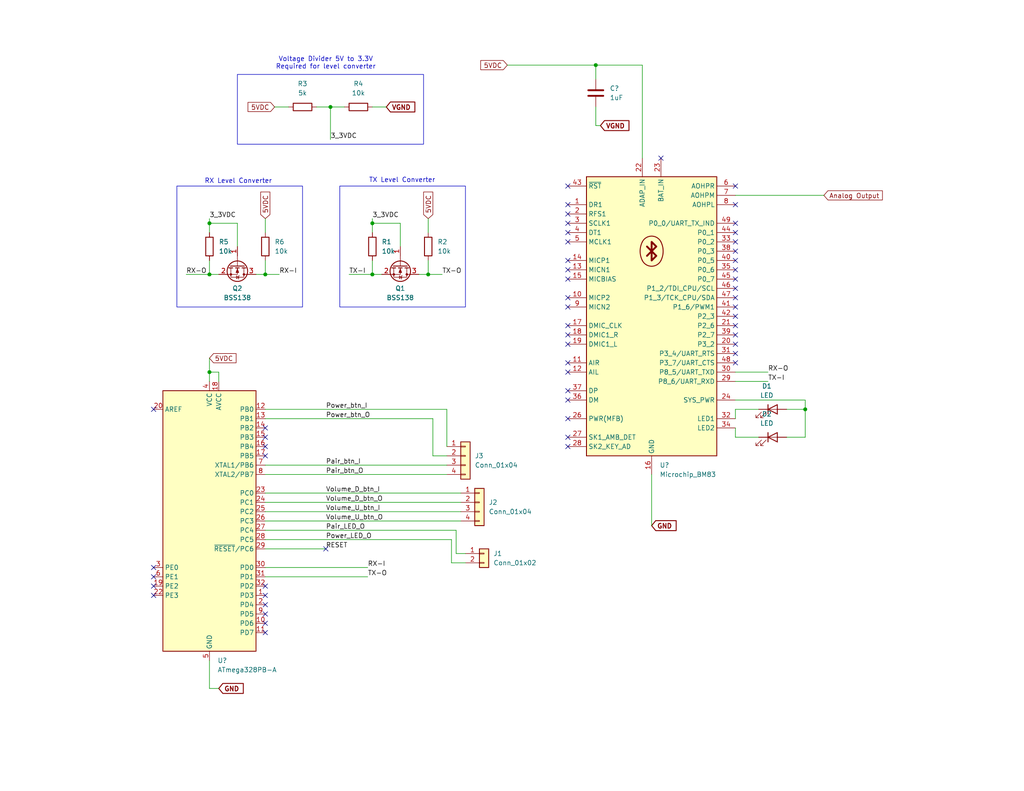
<source format=kicad_sch>
(kicad_sch
	(version 20231120)
	(generator "eeschema")
	(generator_version "8.0")
	(uuid "96d07f9f-88a4-467d-adc7-3f66607f76a8")
	(paper "A")
	(title_block
		(title "Main Bluetooth Speaker")
		(date "2024-09-06")
		(rev "A")
		(company "Synergy Electronics")
	)
	(lib_symbols
		(symbol "Connector_Generic:Conn_01x02"
			(pin_names
				(offset 1.016) hide)
			(exclude_from_sim no)
			(in_bom yes)
			(on_board yes)
			(property "Reference" "J"
				(at 0 2.54 0)
				(effects
					(font
						(size 1.27 1.27)
					)
				)
			)
			(property "Value" "Conn_01x02"
				(at 0 -5.08 0)
				(effects
					(font
						(size 1.27 1.27)
					)
				)
			)
			(property "Footprint" ""
				(at 0 0 0)
				(effects
					(font
						(size 1.27 1.27)
					)
					(hide yes)
				)
			)
			(property "Datasheet" "~"
				(at 0 0 0)
				(effects
					(font
						(size 1.27 1.27)
					)
					(hide yes)
				)
			)
			(property "Description" "Generic connector, single row, 01x02, script generated (kicad-library-utils/schlib/autogen/connector/)"
				(at 0 0 0)
				(effects
					(font
						(size 1.27 1.27)
					)
					(hide yes)
				)
			)
			(property "ki_keywords" "connector"
				(at 0 0 0)
				(effects
					(font
						(size 1.27 1.27)
					)
					(hide yes)
				)
			)
			(property "ki_fp_filters" "Connector*:*_1x??_*"
				(at 0 0 0)
				(effects
					(font
						(size 1.27 1.27)
					)
					(hide yes)
				)
			)
			(symbol "Conn_01x02_1_1"
				(rectangle
					(start -1.27 -2.413)
					(end 0 -2.667)
					(stroke
						(width 0.1524)
						(type default)
					)
					(fill
						(type none)
					)
				)
				(rectangle
					(start -1.27 0.127)
					(end 0 -0.127)
					(stroke
						(width 0.1524)
						(type default)
					)
					(fill
						(type none)
					)
				)
				(rectangle
					(start -1.27 1.27)
					(end 1.27 -3.81)
					(stroke
						(width 0.254)
						(type default)
					)
					(fill
						(type background)
					)
				)
				(pin passive line
					(at -5.08 0 0)
					(length 3.81)
					(name "Pin_1"
						(effects
							(font
								(size 1.27 1.27)
							)
						)
					)
					(number "1"
						(effects
							(font
								(size 1.27 1.27)
							)
						)
					)
				)
				(pin passive line
					(at -5.08 -2.54 0)
					(length 3.81)
					(name "Pin_2"
						(effects
							(font
								(size 1.27 1.27)
							)
						)
					)
					(number "2"
						(effects
							(font
								(size 1.27 1.27)
							)
						)
					)
				)
			)
		)
		(symbol "Connector_Generic:Conn_01x04"
			(pin_names
				(offset 1.016) hide)
			(exclude_from_sim no)
			(in_bom yes)
			(on_board yes)
			(property "Reference" "J"
				(at 0 5.08 0)
				(effects
					(font
						(size 1.27 1.27)
					)
				)
			)
			(property "Value" "Conn_01x04"
				(at 0 -7.62 0)
				(effects
					(font
						(size 1.27 1.27)
					)
				)
			)
			(property "Footprint" ""
				(at 0 0 0)
				(effects
					(font
						(size 1.27 1.27)
					)
					(hide yes)
				)
			)
			(property "Datasheet" "~"
				(at 0 0 0)
				(effects
					(font
						(size 1.27 1.27)
					)
					(hide yes)
				)
			)
			(property "Description" "Generic connector, single row, 01x04, script generated (kicad-library-utils/schlib/autogen/connector/)"
				(at 0 0 0)
				(effects
					(font
						(size 1.27 1.27)
					)
					(hide yes)
				)
			)
			(property "ki_keywords" "connector"
				(at 0 0 0)
				(effects
					(font
						(size 1.27 1.27)
					)
					(hide yes)
				)
			)
			(property "ki_fp_filters" "Connector*:*_1x??_*"
				(at 0 0 0)
				(effects
					(font
						(size 1.27 1.27)
					)
					(hide yes)
				)
			)
			(symbol "Conn_01x04_1_1"
				(rectangle
					(start -1.27 -4.953)
					(end 0 -5.207)
					(stroke
						(width 0.1524)
						(type default)
					)
					(fill
						(type none)
					)
				)
				(rectangle
					(start -1.27 -2.413)
					(end 0 -2.667)
					(stroke
						(width 0.1524)
						(type default)
					)
					(fill
						(type none)
					)
				)
				(rectangle
					(start -1.27 0.127)
					(end 0 -0.127)
					(stroke
						(width 0.1524)
						(type default)
					)
					(fill
						(type none)
					)
				)
				(rectangle
					(start -1.27 2.667)
					(end 0 2.413)
					(stroke
						(width 0.1524)
						(type default)
					)
					(fill
						(type none)
					)
				)
				(rectangle
					(start -1.27 3.81)
					(end 1.27 -6.35)
					(stroke
						(width 0.254)
						(type default)
					)
					(fill
						(type background)
					)
				)
				(pin passive line
					(at -5.08 2.54 0)
					(length 3.81)
					(name "Pin_1"
						(effects
							(font
								(size 1.27 1.27)
							)
						)
					)
					(number "1"
						(effects
							(font
								(size 1.27 1.27)
							)
						)
					)
				)
				(pin passive line
					(at -5.08 0 0)
					(length 3.81)
					(name "Pin_2"
						(effects
							(font
								(size 1.27 1.27)
							)
						)
					)
					(number "2"
						(effects
							(font
								(size 1.27 1.27)
							)
						)
					)
				)
				(pin passive line
					(at -5.08 -2.54 0)
					(length 3.81)
					(name "Pin_3"
						(effects
							(font
								(size 1.27 1.27)
							)
						)
					)
					(number "3"
						(effects
							(font
								(size 1.27 1.27)
							)
						)
					)
				)
				(pin passive line
					(at -5.08 -5.08 0)
					(length 3.81)
					(name "Pin_4"
						(effects
							(font
								(size 1.27 1.27)
							)
						)
					)
					(number "4"
						(effects
							(font
								(size 1.27 1.27)
							)
						)
					)
				)
			)
		)
		(symbol "Device:C"
			(pin_numbers hide)
			(pin_names
				(offset 0.254)
			)
			(exclude_from_sim no)
			(in_bom yes)
			(on_board yes)
			(property "Reference" "C"
				(at 0.635 2.54 0)
				(effects
					(font
						(size 1.27 1.27)
					)
					(justify left)
				)
			)
			(property "Value" "C"
				(at 0.635 -2.54 0)
				(effects
					(font
						(size 1.27 1.27)
					)
					(justify left)
				)
			)
			(property "Footprint" ""
				(at 0.9652 -3.81 0)
				(effects
					(font
						(size 1.27 1.27)
					)
					(hide yes)
				)
			)
			(property "Datasheet" "~"
				(at 0 0 0)
				(effects
					(font
						(size 1.27 1.27)
					)
					(hide yes)
				)
			)
			(property "Description" "Unpolarized capacitor"
				(at 0 0 0)
				(effects
					(font
						(size 1.27 1.27)
					)
					(hide yes)
				)
			)
			(property "ki_keywords" "cap capacitor"
				(at 0 0 0)
				(effects
					(font
						(size 1.27 1.27)
					)
					(hide yes)
				)
			)
			(property "ki_fp_filters" "C_*"
				(at 0 0 0)
				(effects
					(font
						(size 1.27 1.27)
					)
					(hide yes)
				)
			)
			(symbol "C_0_1"
				(polyline
					(pts
						(xy -2.032 -0.762) (xy 2.032 -0.762)
					)
					(stroke
						(width 0.508)
						(type default)
					)
					(fill
						(type none)
					)
				)
				(polyline
					(pts
						(xy -2.032 0.762) (xy 2.032 0.762)
					)
					(stroke
						(width 0.508)
						(type default)
					)
					(fill
						(type none)
					)
				)
			)
			(symbol "C_1_1"
				(pin passive line
					(at 0 3.81 270)
					(length 2.794)
					(name "~"
						(effects
							(font
								(size 1.27 1.27)
							)
						)
					)
					(number "1"
						(effects
							(font
								(size 1.27 1.27)
							)
						)
					)
				)
				(pin passive line
					(at 0 -3.81 90)
					(length 2.794)
					(name "~"
						(effects
							(font
								(size 1.27 1.27)
							)
						)
					)
					(number "2"
						(effects
							(font
								(size 1.27 1.27)
							)
						)
					)
				)
			)
		)
		(symbol "Device:LED"
			(pin_numbers hide)
			(pin_names
				(offset 1.016) hide)
			(exclude_from_sim no)
			(in_bom yes)
			(on_board yes)
			(property "Reference" "D"
				(at 0 2.54 0)
				(effects
					(font
						(size 1.27 1.27)
					)
				)
			)
			(property "Value" "LED"
				(at 0 -2.54 0)
				(effects
					(font
						(size 1.27 1.27)
					)
				)
			)
			(property "Footprint" ""
				(at 0 0 0)
				(effects
					(font
						(size 1.27 1.27)
					)
					(hide yes)
				)
			)
			(property "Datasheet" "~"
				(at 0 0 0)
				(effects
					(font
						(size 1.27 1.27)
					)
					(hide yes)
				)
			)
			(property "Description" "Light emitting diode"
				(at 0 0 0)
				(effects
					(font
						(size 1.27 1.27)
					)
					(hide yes)
				)
			)
			(property "ki_keywords" "LED diode"
				(at 0 0 0)
				(effects
					(font
						(size 1.27 1.27)
					)
					(hide yes)
				)
			)
			(property "ki_fp_filters" "LED* LED_SMD:* LED_THT:*"
				(at 0 0 0)
				(effects
					(font
						(size 1.27 1.27)
					)
					(hide yes)
				)
			)
			(symbol "LED_0_1"
				(polyline
					(pts
						(xy -1.27 -1.27) (xy -1.27 1.27)
					)
					(stroke
						(width 0.254)
						(type default)
					)
					(fill
						(type none)
					)
				)
				(polyline
					(pts
						(xy -1.27 0) (xy 1.27 0)
					)
					(stroke
						(width 0)
						(type default)
					)
					(fill
						(type none)
					)
				)
				(polyline
					(pts
						(xy 1.27 -1.27) (xy 1.27 1.27) (xy -1.27 0) (xy 1.27 -1.27)
					)
					(stroke
						(width 0.254)
						(type default)
					)
					(fill
						(type none)
					)
				)
				(polyline
					(pts
						(xy -3.048 -0.762) (xy -4.572 -2.286) (xy -3.81 -2.286) (xy -4.572 -2.286) (xy -4.572 -1.524)
					)
					(stroke
						(width 0)
						(type default)
					)
					(fill
						(type none)
					)
				)
				(polyline
					(pts
						(xy -1.778 -0.762) (xy -3.302 -2.286) (xy -2.54 -2.286) (xy -3.302 -2.286) (xy -3.302 -1.524)
					)
					(stroke
						(width 0)
						(type default)
					)
					(fill
						(type none)
					)
				)
			)
			(symbol "LED_1_1"
				(pin passive line
					(at -3.81 0 0)
					(length 2.54)
					(name "K"
						(effects
							(font
								(size 1.27 1.27)
							)
						)
					)
					(number "1"
						(effects
							(font
								(size 1.27 1.27)
							)
						)
					)
				)
				(pin passive line
					(at 3.81 0 180)
					(length 2.54)
					(name "A"
						(effects
							(font
								(size 1.27 1.27)
							)
						)
					)
					(number "2"
						(effects
							(font
								(size 1.27 1.27)
							)
						)
					)
				)
			)
		)
		(symbol "Device:R"
			(pin_numbers hide)
			(pin_names
				(offset 0)
			)
			(exclude_from_sim no)
			(in_bom yes)
			(on_board yes)
			(property "Reference" "R"
				(at 2.032 0 90)
				(effects
					(font
						(size 1.27 1.27)
					)
				)
			)
			(property "Value" "R"
				(at 0 0 90)
				(effects
					(font
						(size 1.27 1.27)
					)
				)
			)
			(property "Footprint" ""
				(at -1.778 0 90)
				(effects
					(font
						(size 1.27 1.27)
					)
					(hide yes)
				)
			)
			(property "Datasheet" "~"
				(at 0 0 0)
				(effects
					(font
						(size 1.27 1.27)
					)
					(hide yes)
				)
			)
			(property "Description" "Resistor"
				(at 0 0 0)
				(effects
					(font
						(size 1.27 1.27)
					)
					(hide yes)
				)
			)
			(property "ki_keywords" "R res resistor"
				(at 0 0 0)
				(effects
					(font
						(size 1.27 1.27)
					)
					(hide yes)
				)
			)
			(property "ki_fp_filters" "R_*"
				(at 0 0 0)
				(effects
					(font
						(size 1.27 1.27)
					)
					(hide yes)
				)
			)
			(symbol "R_0_1"
				(rectangle
					(start -1.016 -2.54)
					(end 1.016 2.54)
					(stroke
						(width 0.254)
						(type default)
					)
					(fill
						(type none)
					)
				)
			)
			(symbol "R_1_1"
				(pin passive line
					(at 0 3.81 270)
					(length 1.27)
					(name "~"
						(effects
							(font
								(size 1.27 1.27)
							)
						)
					)
					(number "1"
						(effects
							(font
								(size 1.27 1.27)
							)
						)
					)
				)
				(pin passive line
					(at 0 -3.81 90)
					(length 1.27)
					(name "~"
						(effects
							(font
								(size 1.27 1.27)
							)
						)
					)
					(number "2"
						(effects
							(font
								(size 1.27 1.27)
							)
						)
					)
				)
			)
		)
		(symbol "MCU_Microchip_ATmega:ATmega328PB-A"
			(exclude_from_sim no)
			(in_bom yes)
			(on_board yes)
			(property "Reference" "U"
				(at -12.7 36.83 0)
				(effects
					(font
						(size 1.27 1.27)
					)
					(justify left bottom)
				)
			)
			(property "Value" "ATmega328PB-A"
				(at 2.54 -36.83 0)
				(effects
					(font
						(size 1.27 1.27)
					)
					(justify left top)
				)
			)
			(property "Footprint" "Package_QFP:TQFP-32_7x7mm_P0.8mm"
				(at 0 0 0)
				(effects
					(font
						(size 1.27 1.27)
						(italic yes)
					)
					(hide yes)
				)
			)
			(property "Datasheet" "http://ww1.microchip.com/downloads/en/DeviceDoc/40001906C.pdf"
				(at 0 0 0)
				(effects
					(font
						(size 1.27 1.27)
					)
					(hide yes)
				)
			)
			(property "Description" "20MHz, 32kB Flash, 2kB SRAM, 1kB EEPROM, TQFP-32"
				(at 0 0 0)
				(effects
					(font
						(size 1.27 1.27)
					)
					(hide yes)
				)
			)
			(property "ki_keywords" "AVR 8bit Microcontroller MegaAVR"
				(at 0 0 0)
				(effects
					(font
						(size 1.27 1.27)
					)
					(hide yes)
				)
			)
			(property "ki_fp_filters" "TQFP*7x7mm*P0.8mm*"
				(at 0 0 0)
				(effects
					(font
						(size 1.27 1.27)
					)
					(hide yes)
				)
			)
			(symbol "ATmega328PB-A_0_1"
				(rectangle
					(start -12.7 -35.56)
					(end 12.7 35.56)
					(stroke
						(width 0.254)
						(type default)
					)
					(fill
						(type background)
					)
				)
			)
			(symbol "ATmega328PB-A_1_1"
				(pin bidirectional line
					(at 15.24 -20.32 180)
					(length 2.54)
					(name "PD3"
						(effects
							(font
								(size 1.27 1.27)
							)
						)
					)
					(number "1"
						(effects
							(font
								(size 1.27 1.27)
							)
						)
					)
				)
				(pin bidirectional line
					(at 15.24 -27.94 180)
					(length 2.54)
					(name "PD6"
						(effects
							(font
								(size 1.27 1.27)
							)
						)
					)
					(number "10"
						(effects
							(font
								(size 1.27 1.27)
							)
						)
					)
				)
				(pin bidirectional line
					(at 15.24 -30.48 180)
					(length 2.54)
					(name "PD7"
						(effects
							(font
								(size 1.27 1.27)
							)
						)
					)
					(number "11"
						(effects
							(font
								(size 1.27 1.27)
							)
						)
					)
				)
				(pin bidirectional line
					(at 15.24 30.48 180)
					(length 2.54)
					(name "PB0"
						(effects
							(font
								(size 1.27 1.27)
							)
						)
					)
					(number "12"
						(effects
							(font
								(size 1.27 1.27)
							)
						)
					)
				)
				(pin bidirectional line
					(at 15.24 27.94 180)
					(length 2.54)
					(name "PB1"
						(effects
							(font
								(size 1.27 1.27)
							)
						)
					)
					(number "13"
						(effects
							(font
								(size 1.27 1.27)
							)
						)
					)
				)
				(pin bidirectional line
					(at 15.24 25.4 180)
					(length 2.54)
					(name "PB2"
						(effects
							(font
								(size 1.27 1.27)
							)
						)
					)
					(number "14"
						(effects
							(font
								(size 1.27 1.27)
							)
						)
					)
				)
				(pin bidirectional line
					(at 15.24 22.86 180)
					(length 2.54)
					(name "PB3"
						(effects
							(font
								(size 1.27 1.27)
							)
						)
					)
					(number "15"
						(effects
							(font
								(size 1.27 1.27)
							)
						)
					)
				)
				(pin bidirectional line
					(at 15.24 20.32 180)
					(length 2.54)
					(name "PB4"
						(effects
							(font
								(size 1.27 1.27)
							)
						)
					)
					(number "16"
						(effects
							(font
								(size 1.27 1.27)
							)
						)
					)
				)
				(pin bidirectional line
					(at 15.24 17.78 180)
					(length 2.54)
					(name "PB5"
						(effects
							(font
								(size 1.27 1.27)
							)
						)
					)
					(number "17"
						(effects
							(font
								(size 1.27 1.27)
							)
						)
					)
				)
				(pin power_in line
					(at 2.54 38.1 270)
					(length 2.54)
					(name "AVCC"
						(effects
							(font
								(size 1.27 1.27)
							)
						)
					)
					(number "18"
						(effects
							(font
								(size 1.27 1.27)
							)
						)
					)
				)
				(pin bidirectional line
					(at -15.24 -17.78 0)
					(length 2.54)
					(name "PE2"
						(effects
							(font
								(size 1.27 1.27)
							)
						)
					)
					(number "19"
						(effects
							(font
								(size 1.27 1.27)
							)
						)
					)
				)
				(pin bidirectional line
					(at 15.24 -22.86 180)
					(length 2.54)
					(name "PD4"
						(effects
							(font
								(size 1.27 1.27)
							)
						)
					)
					(number "2"
						(effects
							(font
								(size 1.27 1.27)
							)
						)
					)
				)
				(pin passive line
					(at -15.24 30.48 0)
					(length 2.54)
					(name "AREF"
						(effects
							(font
								(size 1.27 1.27)
							)
						)
					)
					(number "20"
						(effects
							(font
								(size 1.27 1.27)
							)
						)
					)
				)
				(pin passive line
					(at 0 -38.1 90)
					(length 2.54) hide
					(name "GND"
						(effects
							(font
								(size 1.27 1.27)
							)
						)
					)
					(number "21"
						(effects
							(font
								(size 1.27 1.27)
							)
						)
					)
				)
				(pin bidirectional line
					(at -15.24 -20.32 0)
					(length 2.54)
					(name "PE3"
						(effects
							(font
								(size 1.27 1.27)
							)
						)
					)
					(number "22"
						(effects
							(font
								(size 1.27 1.27)
							)
						)
					)
				)
				(pin bidirectional line
					(at 15.24 7.62 180)
					(length 2.54)
					(name "PC0"
						(effects
							(font
								(size 1.27 1.27)
							)
						)
					)
					(number "23"
						(effects
							(font
								(size 1.27 1.27)
							)
						)
					)
				)
				(pin bidirectional line
					(at 15.24 5.08 180)
					(length 2.54)
					(name "PC1"
						(effects
							(font
								(size 1.27 1.27)
							)
						)
					)
					(number "24"
						(effects
							(font
								(size 1.27 1.27)
							)
						)
					)
				)
				(pin bidirectional line
					(at 15.24 2.54 180)
					(length 2.54)
					(name "PC2"
						(effects
							(font
								(size 1.27 1.27)
							)
						)
					)
					(number "25"
						(effects
							(font
								(size 1.27 1.27)
							)
						)
					)
				)
				(pin bidirectional line
					(at 15.24 0 180)
					(length 2.54)
					(name "PC3"
						(effects
							(font
								(size 1.27 1.27)
							)
						)
					)
					(number "26"
						(effects
							(font
								(size 1.27 1.27)
							)
						)
					)
				)
				(pin bidirectional line
					(at 15.24 -2.54 180)
					(length 2.54)
					(name "PC4"
						(effects
							(font
								(size 1.27 1.27)
							)
						)
					)
					(number "27"
						(effects
							(font
								(size 1.27 1.27)
							)
						)
					)
				)
				(pin bidirectional line
					(at 15.24 -5.08 180)
					(length 2.54)
					(name "PC5"
						(effects
							(font
								(size 1.27 1.27)
							)
						)
					)
					(number "28"
						(effects
							(font
								(size 1.27 1.27)
							)
						)
					)
				)
				(pin bidirectional line
					(at 15.24 -7.62 180)
					(length 2.54)
					(name "~{RESET}/PC6"
						(effects
							(font
								(size 1.27 1.27)
							)
						)
					)
					(number "29"
						(effects
							(font
								(size 1.27 1.27)
							)
						)
					)
				)
				(pin bidirectional line
					(at -15.24 -12.7 0)
					(length 2.54)
					(name "PE0"
						(effects
							(font
								(size 1.27 1.27)
							)
						)
					)
					(number "3"
						(effects
							(font
								(size 1.27 1.27)
							)
						)
					)
				)
				(pin bidirectional line
					(at 15.24 -12.7 180)
					(length 2.54)
					(name "PD0"
						(effects
							(font
								(size 1.27 1.27)
							)
						)
					)
					(number "30"
						(effects
							(font
								(size 1.27 1.27)
							)
						)
					)
				)
				(pin bidirectional line
					(at 15.24 -15.24 180)
					(length 2.54)
					(name "PD1"
						(effects
							(font
								(size 1.27 1.27)
							)
						)
					)
					(number "31"
						(effects
							(font
								(size 1.27 1.27)
							)
						)
					)
				)
				(pin bidirectional line
					(at 15.24 -17.78 180)
					(length 2.54)
					(name "PD2"
						(effects
							(font
								(size 1.27 1.27)
							)
						)
					)
					(number "32"
						(effects
							(font
								(size 1.27 1.27)
							)
						)
					)
				)
				(pin power_in line
					(at 0 38.1 270)
					(length 2.54)
					(name "VCC"
						(effects
							(font
								(size 1.27 1.27)
							)
						)
					)
					(number "4"
						(effects
							(font
								(size 1.27 1.27)
							)
						)
					)
				)
				(pin power_in line
					(at 0 -38.1 90)
					(length 2.54)
					(name "GND"
						(effects
							(font
								(size 1.27 1.27)
							)
						)
					)
					(number "5"
						(effects
							(font
								(size 1.27 1.27)
							)
						)
					)
				)
				(pin bidirectional line
					(at -15.24 -15.24 0)
					(length 2.54)
					(name "PE1"
						(effects
							(font
								(size 1.27 1.27)
							)
						)
					)
					(number "6"
						(effects
							(font
								(size 1.27 1.27)
							)
						)
					)
				)
				(pin bidirectional line
					(at 15.24 15.24 180)
					(length 2.54)
					(name "XTAL1/PB6"
						(effects
							(font
								(size 1.27 1.27)
							)
						)
					)
					(number "7"
						(effects
							(font
								(size 1.27 1.27)
							)
						)
					)
				)
				(pin bidirectional line
					(at 15.24 12.7 180)
					(length 2.54)
					(name "XTAL2/PB7"
						(effects
							(font
								(size 1.27 1.27)
							)
						)
					)
					(number "8"
						(effects
							(font
								(size 1.27 1.27)
							)
						)
					)
				)
				(pin bidirectional line
					(at 15.24 -25.4 180)
					(length 2.54)
					(name "PD5"
						(effects
							(font
								(size 1.27 1.27)
							)
						)
					)
					(number "9"
						(effects
							(font
								(size 1.27 1.27)
							)
						)
					)
				)
			)
		)
		(symbol "RF_Bluetooth:Microchip_BM83"
			(exclude_from_sim no)
			(in_bom yes)
			(on_board yes)
			(property "Reference" "U"
				(at -17.78 39.37 0)
				(effects
					(font
						(size 1.27 1.27)
					)
					(justify left)
				)
			)
			(property "Value" "Microchip_BM83"
				(at 5.08 -39.37 0)
				(effects
					(font
						(size 1.27 1.27)
					)
					(justify left)
				)
			)
			(property "Footprint" "RF_Module:Microchip_BM83"
				(at 0 12.7 0)
				(effects
					(font
						(size 1.27 1.27)
					)
					(hide yes)
				)
			)
			(property "Datasheet" "https://ww1.microchip.com/downloads/aemDocuments/documents/WSG/ProductDocuments/DataSheets/70005402E.pdf"
				(at 0 -54.61 0)
				(effects
					(font
						(size 1.27 1.27)
					)
					(hide yes)
				)
			)
			(property "Description" "Microchip BM23 Bluetooth 5.0 Audio Stereo Module, dual-mode, Audio Profiles, 32x15mm"
				(at 0 0 0)
				(effects
					(font
						(size 1.27 1.27)
					)
					(hide yes)
				)
			)
			(property "ki_keywords" "HFP HSP A2DP SPP AVRCP PBAP"
				(at 0 0 0)
				(effects
					(font
						(size 1.27 1.27)
					)
					(hide yes)
				)
			)
			(property "ki_fp_filters" "Microchip?BM83*"
				(at 0 0 0)
				(effects
					(font
						(size 1.27 1.27)
					)
					(hide yes)
				)
			)
			(symbol "Microchip_BM83_0_1"
				(rectangle
					(start -17.78 38.1)
					(end 17.78 -38.1)
					(stroke
						(width 0.254)
						(type default)
					)
					(fill
						(type background)
					)
				)
				(arc
					(start -2.5399 15.24)
					(mid 0.0001 13.6702)
					(end 2.5401 15.24)
					(stroke
						(width 0.254)
						(type default)
					)
					(fill
						(type background)
					)
				)
				(arc
					(start -2.5399 20.32)
					(mid -3.1395 17.78)
					(end -2.5399 15.24)
					(stroke
						(width 0.254)
						(type default)
					)
					(fill
						(type background)
					)
				)
				(polyline
					(pts
						(xy 0.0001 17.78) (xy -1.2699 16.51)
					)
					(stroke
						(width 0.508)
						(type default)
					)
					(fill
						(type none)
					)
				)
				(polyline
					(pts
						(xy 0.0001 17.78) (xy -1.2699 19.05)
					)
					(stroke
						(width 0.508)
						(type default)
					)
					(fill
						(type none)
					)
				)
				(polyline
					(pts
						(xy 0.0001 20.32) (xy 1.2701 19.05) (xy 0.0001 17.78) (xy 1.2701 16.51) (xy 0.0001 15.24) (xy 0.0001 20.32)
					)
					(stroke
						(width 0.508)
						(type default)
					)
					(fill
						(type none)
					)
				)
				(arc
					(start 2.5401 15.24)
					(mid 3.1397 17.78)
					(end 2.5401 20.32)
					(stroke
						(width 0.254)
						(type default)
					)
					(fill
						(type background)
					)
				)
				(arc
					(start 2.5401 20.32)
					(mid 0.0001 21.8898)
					(end -2.5399 20.32)
					(stroke
						(width 0.254)
						(type default)
					)
					(fill
						(type background)
					)
				)
			)
			(symbol "Microchip_BM83_1_1"
				(pin input line
					(at -22.86 30.48 0)
					(length 5.08)
					(name "DR1"
						(effects
							(font
								(size 1.27 1.27)
							)
						)
					)
					(number "1"
						(effects
							(font
								(size 1.27 1.27)
							)
						)
					)
				)
				(pin input line
					(at -22.86 5.08 0)
					(length 5.08)
					(name "MICP2"
						(effects
							(font
								(size 1.27 1.27)
							)
						)
					)
					(number "10"
						(effects
							(font
								(size 1.27 1.27)
							)
						)
					)
				)
				(pin input line
					(at -22.86 -12.7 0)
					(length 5.08)
					(name "AIR"
						(effects
							(font
								(size 1.27 1.27)
							)
						)
					)
					(number "11"
						(effects
							(font
								(size 1.27 1.27)
							)
						)
					)
				)
				(pin input line
					(at -22.86 -15.24 0)
					(length 5.08)
					(name "AIL"
						(effects
							(font
								(size 1.27 1.27)
							)
						)
					)
					(number "12"
						(effects
							(font
								(size 1.27 1.27)
							)
						)
					)
				)
				(pin input line
					(at -22.86 12.7 0)
					(length 5.08)
					(name "MICN1"
						(effects
							(font
								(size 1.27 1.27)
							)
						)
					)
					(number "13"
						(effects
							(font
								(size 1.27 1.27)
							)
						)
					)
				)
				(pin input line
					(at -22.86 15.24 0)
					(length 5.08)
					(name "MICP1"
						(effects
							(font
								(size 1.27 1.27)
							)
						)
					)
					(number "14"
						(effects
							(font
								(size 1.27 1.27)
							)
						)
					)
				)
				(pin passive line
					(at -22.86 10.16 0)
					(length 5.08)
					(name "MICBIAS"
						(effects
							(font
								(size 1.27 1.27)
							)
						)
					)
					(number "15"
						(effects
							(font
								(size 1.27 1.27)
							)
						)
					)
				)
				(pin power_in line
					(at 0 -43.18 90)
					(length 5.08)
					(name "GND"
						(effects
							(font
								(size 1.27 1.27)
							)
						)
					)
					(number "16"
						(effects
							(font
								(size 1.27 1.27)
							)
						)
					)
				)
				(pin output line
					(at -22.86 -2.54 0)
					(length 5.08)
					(name "DMIC_CLK"
						(effects
							(font
								(size 1.27 1.27)
							)
						)
					)
					(number "17"
						(effects
							(font
								(size 1.27 1.27)
							)
						)
					)
				)
				(pin output line
					(at -22.86 -5.08 0)
					(length 5.08)
					(name "DMIC1_R"
						(effects
							(font
								(size 1.27 1.27)
							)
						)
					)
					(number "18"
						(effects
							(font
								(size 1.27 1.27)
							)
						)
					)
				)
				(pin output line
					(at -22.86 -7.62 0)
					(length 5.08)
					(name "DMIC1_L"
						(effects
							(font
								(size 1.27 1.27)
							)
						)
					)
					(number "19"
						(effects
							(font
								(size 1.27 1.27)
							)
						)
					)
				)
				(pin bidirectional line
					(at -22.86 27.94 0)
					(length 5.08)
					(name "RFS1"
						(effects
							(font
								(size 1.27 1.27)
							)
						)
					)
					(number "2"
						(effects
							(font
								(size 1.27 1.27)
							)
						)
					)
				)
				(pin bidirectional line
					(at 22.86 -7.62 180)
					(length 5.08)
					(name "P3_2"
						(effects
							(font
								(size 1.27 1.27)
							)
						)
					)
					(number "20"
						(effects
							(font
								(size 1.27 1.27)
							)
						)
					)
				)
				(pin bidirectional line
					(at 22.86 -2.54 180)
					(length 5.08)
					(name "P2_6"
						(effects
							(font
								(size 1.27 1.27)
							)
						)
					)
					(number "21"
						(effects
							(font
								(size 1.27 1.27)
							)
						)
					)
				)
				(pin power_in line
					(at -2.54 43.18 270)
					(length 5.08)
					(name "ADAP_IN"
						(effects
							(font
								(size 1.27 1.27)
							)
						)
					)
					(number "22"
						(effects
							(font
								(size 1.27 1.27)
							)
						)
					)
				)
				(pin power_in line
					(at 2.54 43.18 270)
					(length 5.08)
					(name "BAT_IN"
						(effects
							(font
								(size 1.27 1.27)
							)
						)
					)
					(number "23"
						(effects
							(font
								(size 1.27 1.27)
							)
						)
					)
				)
				(pin power_out line
					(at 22.86 -22.86 180)
					(length 5.08)
					(name "SYS_PWR"
						(effects
							(font
								(size 1.27 1.27)
							)
						)
					)
					(number "24"
						(effects
							(font
								(size 1.27 1.27)
							)
						)
					)
				)
				(pin no_connect line
					(at 17.78 -33.02 180)
					(length 5.08) hide
					(name "VDD_IO"
						(effects
							(font
								(size 1.27 1.27)
							)
						)
					)
					(number "25"
						(effects
							(font
								(size 1.27 1.27)
							)
						)
					)
				)
				(pin input line
					(at -22.86 -27.94 0)
					(length 5.08)
					(name "PWR(MFB)"
						(effects
							(font
								(size 1.27 1.27)
							)
						)
					)
					(number "26"
						(effects
							(font
								(size 1.27 1.27)
							)
						)
					)
				)
				(pin input line
					(at -22.86 -33.02 0)
					(length 5.08)
					(name "SK1_AMB_DET"
						(effects
							(font
								(size 1.27 1.27)
							)
						)
					)
					(number "27"
						(effects
							(font
								(size 1.27 1.27)
							)
						)
					)
				)
				(pin input line
					(at -22.86 -35.56 0)
					(length 5.08)
					(name "SK2_KEY_AD"
						(effects
							(font
								(size 1.27 1.27)
							)
						)
					)
					(number "28"
						(effects
							(font
								(size 1.27 1.27)
							)
						)
					)
				)
				(pin bidirectional line
					(at 22.86 -17.78 180)
					(length 5.08)
					(name "P8_6/UART_RXD"
						(effects
							(font
								(size 1.27 1.27)
							)
						)
					)
					(number "29"
						(effects
							(font
								(size 1.27 1.27)
							)
						)
					)
				)
				(pin bidirectional line
					(at -22.86 25.4 0)
					(length 5.08)
					(name "SCLK1"
						(effects
							(font
								(size 1.27 1.27)
							)
						)
					)
					(number "3"
						(effects
							(font
								(size 1.27 1.27)
							)
						)
					)
				)
				(pin bidirectional line
					(at 22.86 -15.24 180)
					(length 5.08)
					(name "P8_5/UART_TXD"
						(effects
							(font
								(size 1.27 1.27)
							)
						)
					)
					(number "30"
						(effects
							(font
								(size 1.27 1.27)
							)
						)
					)
				)
				(pin bidirectional line
					(at 22.86 -10.16 180)
					(length 5.08)
					(name "P3_4/UART_RTS"
						(effects
							(font
								(size 1.27 1.27)
							)
						)
					)
					(number "31"
						(effects
							(font
								(size 1.27 1.27)
							)
						)
					)
				)
				(pin input line
					(at 22.86 -27.94 180)
					(length 5.08)
					(name "LED1"
						(effects
							(font
								(size 1.27 1.27)
							)
						)
					)
					(number "32"
						(effects
							(font
								(size 1.27 1.27)
							)
						)
					)
				)
				(pin bidirectional line
					(at 22.86 20.32 180)
					(length 5.08)
					(name "P0_2"
						(effects
							(font
								(size 1.27 1.27)
							)
						)
					)
					(number "33"
						(effects
							(font
								(size 1.27 1.27)
							)
						)
					)
				)
				(pin input line
					(at 22.86 -30.48 180)
					(length 5.08)
					(name "LED2"
						(effects
							(font
								(size 1.27 1.27)
							)
						)
					)
					(number "34"
						(effects
							(font
								(size 1.27 1.27)
							)
						)
					)
				)
				(pin bidirectional line
					(at 22.86 12.7 180)
					(length 5.08)
					(name "P0_6"
						(effects
							(font
								(size 1.27 1.27)
							)
						)
					)
					(number "35"
						(effects
							(font
								(size 1.27 1.27)
							)
						)
					)
				)
				(pin bidirectional line
					(at -22.86 -22.86 0)
					(length 5.08)
					(name "DM"
						(effects
							(font
								(size 1.27 1.27)
							)
						)
					)
					(number "36"
						(effects
							(font
								(size 1.27 1.27)
							)
						)
					)
				)
				(pin bidirectional line
					(at -22.86 -20.32 0)
					(length 5.08)
					(name "DP"
						(effects
							(font
								(size 1.27 1.27)
							)
						)
					)
					(number "37"
						(effects
							(font
								(size 1.27 1.27)
							)
						)
					)
				)
				(pin bidirectional line
					(at 22.86 17.78 180)
					(length 5.08)
					(name "P0_3"
						(effects
							(font
								(size 1.27 1.27)
							)
						)
					)
					(number "38"
						(effects
							(font
								(size 1.27 1.27)
							)
						)
					)
				)
				(pin bidirectional line
					(at 22.86 -5.08 180)
					(length 5.08)
					(name "P2_7"
						(effects
							(font
								(size 1.27 1.27)
							)
						)
					)
					(number "39"
						(effects
							(font
								(size 1.27 1.27)
							)
						)
					)
				)
				(pin output line
					(at -22.86 22.86 0)
					(length 5.08)
					(name "DT1"
						(effects
							(font
								(size 1.27 1.27)
							)
						)
					)
					(number "4"
						(effects
							(font
								(size 1.27 1.27)
							)
						)
					)
				)
				(pin bidirectional line
					(at 22.86 15.24 180)
					(length 5.08)
					(name "P0_5"
						(effects
							(font
								(size 1.27 1.27)
							)
						)
					)
					(number "40"
						(effects
							(font
								(size 1.27 1.27)
							)
						)
					)
				)
				(pin bidirectional line
					(at 22.86 2.54 180)
					(length 5.08)
					(name "P1_6/PWM1"
						(effects
							(font
								(size 1.27 1.27)
							)
						)
					)
					(number "41"
						(effects
							(font
								(size 1.27 1.27)
							)
						)
					)
				)
				(pin bidirectional line
					(at 22.86 0 180)
					(length 5.08)
					(name "P2_3"
						(effects
							(font
								(size 1.27 1.27)
							)
						)
					)
					(number "42"
						(effects
							(font
								(size 1.27 1.27)
							)
						)
					)
				)
				(pin input line
					(at -22.86 35.56 0)
					(length 5.08)
					(name "~{RST}"
						(effects
							(font
								(size 1.27 1.27)
							)
						)
					)
					(number "43"
						(effects
							(font
								(size 1.27 1.27)
							)
						)
					)
				)
				(pin bidirectional line
					(at 22.86 22.86 180)
					(length 5.08)
					(name "P0_1"
						(effects
							(font
								(size 1.27 1.27)
							)
						)
					)
					(number "44"
						(effects
							(font
								(size 1.27 1.27)
							)
						)
					)
				)
				(pin bidirectional line
					(at 22.86 10.16 180)
					(length 5.08)
					(name "P0_7"
						(effects
							(font
								(size 1.27 1.27)
							)
						)
					)
					(number "45"
						(effects
							(font
								(size 1.27 1.27)
							)
						)
					)
				)
				(pin bidirectional line
					(at 22.86 7.62 180)
					(length 5.08)
					(name "P1_2/TDI_CPU/SCL"
						(effects
							(font
								(size 1.27 1.27)
							)
						)
					)
					(number "46"
						(effects
							(font
								(size 1.27 1.27)
							)
						)
					)
				)
				(pin bidirectional line
					(at 22.86 5.08 180)
					(length 5.08)
					(name "P1_3/TCK_CPU/SDA"
						(effects
							(font
								(size 1.27 1.27)
							)
						)
					)
					(number "47"
						(effects
							(font
								(size 1.27 1.27)
							)
						)
					)
				)
				(pin bidirectional line
					(at 22.86 -12.7 180)
					(length 5.08)
					(name "P3_7/UART_CTS"
						(effects
							(font
								(size 1.27 1.27)
							)
						)
					)
					(number "48"
						(effects
							(font
								(size 1.27 1.27)
							)
						)
					)
				)
				(pin bidirectional line
					(at 22.86 25.4 180)
					(length 5.08)
					(name "P0_0/UART_TX_IND"
						(effects
							(font
								(size 1.27 1.27)
							)
						)
					)
					(number "49"
						(effects
							(font
								(size 1.27 1.27)
							)
						)
					)
				)
				(pin output line
					(at -22.86 20.32 0)
					(length 5.08)
					(name "MCLK1"
						(effects
							(font
								(size 1.27 1.27)
							)
						)
					)
					(number "5"
						(effects
							(font
								(size 1.27 1.27)
							)
						)
					)
				)
				(pin passive line
					(at 0 -43.18 90)
					(length 5.08) hide
					(name "GND"
						(effects
							(font
								(size 1.27 1.27)
							)
						)
					)
					(number "50"
						(effects
							(font
								(size 1.27 1.27)
							)
						)
					)
				)
				(pin passive line
					(at 0 -43.18 90)
					(length 5.08) hide
					(name "GND"
						(effects
							(font
								(size 1.27 1.27)
							)
						)
					)
					(number "56"
						(effects
							(font
								(size 1.27 1.27)
							)
						)
					)
				)
				(pin passive line
					(at 0 -43.18 90)
					(length 5.08) hide
					(name "GND"
						(effects
							(font
								(size 1.27 1.27)
							)
						)
					)
					(number "57"
						(effects
							(font
								(size 1.27 1.27)
							)
						)
					)
				)
				(pin output line
					(at 22.86 35.56 180)
					(length 5.08)
					(name "AOHPR"
						(effects
							(font
								(size 1.27 1.27)
							)
						)
					)
					(number "6"
						(effects
							(font
								(size 1.27 1.27)
							)
						)
					)
				)
				(pin output line
					(at 22.86 33.02 180)
					(length 5.08)
					(name "AOHPM"
						(effects
							(font
								(size 1.27 1.27)
							)
						)
					)
					(number "7"
						(effects
							(font
								(size 1.27 1.27)
							)
						)
					)
				)
				(pin output line
					(at 22.86 30.48 180)
					(length 5.08)
					(name "AOHPL"
						(effects
							(font
								(size 1.27 1.27)
							)
						)
					)
					(number "8"
						(effects
							(font
								(size 1.27 1.27)
							)
						)
					)
				)
				(pin input line
					(at -22.86 2.54 0)
					(length 5.08)
					(name "MICN2"
						(effects
							(font
								(size 1.27 1.27)
							)
						)
					)
					(number "9"
						(effects
							(font
								(size 1.27 1.27)
							)
						)
					)
				)
			)
		)
		(symbol "Transistor_FET:BSS138"
			(pin_names hide)
			(exclude_from_sim no)
			(in_bom yes)
			(on_board yes)
			(property "Reference" "Q"
				(at 5.08 1.905 0)
				(effects
					(font
						(size 1.27 1.27)
					)
					(justify left)
				)
			)
			(property "Value" "BSS138"
				(at 5.08 0 0)
				(effects
					(font
						(size 1.27 1.27)
					)
					(justify left)
				)
			)
			(property "Footprint" "Package_TO_SOT_SMD:SOT-23"
				(at 5.08 -1.905 0)
				(effects
					(font
						(size 1.27 1.27)
						(italic yes)
					)
					(justify left)
					(hide yes)
				)
			)
			(property "Datasheet" "https://www.onsemi.com/pub/Collateral/BSS138-D.PDF"
				(at 5.08 -3.81 0)
				(effects
					(font
						(size 1.27 1.27)
					)
					(justify left)
					(hide yes)
				)
			)
			(property "Description" "50V Vds, 0.22A Id, N-Channel MOSFET, SOT-23"
				(at 0 0 0)
				(effects
					(font
						(size 1.27 1.27)
					)
					(hide yes)
				)
			)
			(property "ki_keywords" "N-Channel MOSFET"
				(at 0 0 0)
				(effects
					(font
						(size 1.27 1.27)
					)
					(hide yes)
				)
			)
			(property "ki_fp_filters" "SOT?23*"
				(at 0 0 0)
				(effects
					(font
						(size 1.27 1.27)
					)
					(hide yes)
				)
			)
			(symbol "BSS138_0_1"
				(polyline
					(pts
						(xy 0.254 0) (xy -2.54 0)
					)
					(stroke
						(width 0)
						(type default)
					)
					(fill
						(type none)
					)
				)
				(polyline
					(pts
						(xy 0.254 1.905) (xy 0.254 -1.905)
					)
					(stroke
						(width 0.254)
						(type default)
					)
					(fill
						(type none)
					)
				)
				(polyline
					(pts
						(xy 0.762 -1.27) (xy 0.762 -2.286)
					)
					(stroke
						(width 0.254)
						(type default)
					)
					(fill
						(type none)
					)
				)
				(polyline
					(pts
						(xy 0.762 0.508) (xy 0.762 -0.508)
					)
					(stroke
						(width 0.254)
						(type default)
					)
					(fill
						(type none)
					)
				)
				(polyline
					(pts
						(xy 0.762 2.286) (xy 0.762 1.27)
					)
					(stroke
						(width 0.254)
						(type default)
					)
					(fill
						(type none)
					)
				)
				(polyline
					(pts
						(xy 2.54 2.54) (xy 2.54 1.778)
					)
					(stroke
						(width 0)
						(type default)
					)
					(fill
						(type none)
					)
				)
				(polyline
					(pts
						(xy 2.54 -2.54) (xy 2.54 0) (xy 0.762 0)
					)
					(stroke
						(width 0)
						(type default)
					)
					(fill
						(type none)
					)
				)
				(polyline
					(pts
						(xy 0.762 -1.778) (xy 3.302 -1.778) (xy 3.302 1.778) (xy 0.762 1.778)
					)
					(stroke
						(width 0)
						(type default)
					)
					(fill
						(type none)
					)
				)
				(polyline
					(pts
						(xy 1.016 0) (xy 2.032 0.381) (xy 2.032 -0.381) (xy 1.016 0)
					)
					(stroke
						(width 0)
						(type default)
					)
					(fill
						(type outline)
					)
				)
				(polyline
					(pts
						(xy 2.794 0.508) (xy 2.921 0.381) (xy 3.683 0.381) (xy 3.81 0.254)
					)
					(stroke
						(width 0)
						(type default)
					)
					(fill
						(type none)
					)
				)
				(polyline
					(pts
						(xy 3.302 0.381) (xy 2.921 -0.254) (xy 3.683 -0.254) (xy 3.302 0.381)
					)
					(stroke
						(width 0)
						(type default)
					)
					(fill
						(type none)
					)
				)
				(circle
					(center 1.651 0)
					(radius 2.794)
					(stroke
						(width 0.254)
						(type default)
					)
					(fill
						(type none)
					)
				)
				(circle
					(center 2.54 -1.778)
					(radius 0.254)
					(stroke
						(width 0)
						(type default)
					)
					(fill
						(type outline)
					)
				)
				(circle
					(center 2.54 1.778)
					(radius 0.254)
					(stroke
						(width 0)
						(type default)
					)
					(fill
						(type outline)
					)
				)
			)
			(symbol "BSS138_1_1"
				(pin input line
					(at -5.08 0 0)
					(length 2.54)
					(name "G"
						(effects
							(font
								(size 1.27 1.27)
							)
						)
					)
					(number "1"
						(effects
							(font
								(size 1.27 1.27)
							)
						)
					)
				)
				(pin passive line
					(at 2.54 -5.08 90)
					(length 2.54)
					(name "S"
						(effects
							(font
								(size 1.27 1.27)
							)
						)
					)
					(number "2"
						(effects
							(font
								(size 1.27 1.27)
							)
						)
					)
				)
				(pin passive line
					(at 2.54 5.08 270)
					(length 2.54)
					(name "D"
						(effects
							(font
								(size 1.27 1.27)
							)
						)
					)
					(number "3"
						(effects
							(font
								(size 1.27 1.27)
							)
						)
					)
				)
			)
		)
	)
	(junction
		(at 162.56 17.78)
		(diameter 0)
		(color 0 0 0 0)
		(uuid "2fac1906-9c67-48e9-8687-1de4cb47befe")
	)
	(junction
		(at 57.15 74.93)
		(diameter 0)
		(color 0 0 0 0)
		(uuid "375113cc-40df-4e6f-a6ea-7f11b4612105")
	)
	(junction
		(at 90.17 29.21)
		(diameter 0)
		(color 0 0 0 0)
		(uuid "4ac6862c-f05e-45ca-b50e-519916511148")
	)
	(junction
		(at 101.6 74.93)
		(diameter 0)
		(color 0 0 0 0)
		(uuid "ae75ef92-0c80-480a-af3f-23bffa1b6f88")
	)
	(junction
		(at 101.6 60.96)
		(diameter 0)
		(color 0 0 0 0)
		(uuid "b115eded-372c-4745-b417-89535524f1dc")
	)
	(junction
		(at 57.15 60.96)
		(diameter 0)
		(color 0 0 0 0)
		(uuid "d209ff36-a837-4996-821b-babb3aee6f00")
	)
	(junction
		(at 72.39 74.93)
		(diameter 0)
		(color 0 0 0 0)
		(uuid "ddf4ed69-86f4-4f5f-a655-9cc83083a2d0")
	)
	(junction
		(at 116.84 74.93)
		(diameter 0)
		(color 0 0 0 0)
		(uuid "e458d504-efb5-446e-811e-6fbad64a0204")
	)
	(junction
		(at 57.15 101.6)
		(diameter 0)
		(color 0 0 0 0)
		(uuid "e52c42a3-fda0-4de6-862b-6a3d9666d9fd")
	)
	(junction
		(at 219.71 111.76)
		(diameter 0)
		(color 0 0 0 0)
		(uuid "fff49f6e-505d-49c4-a167-29b42c936ea3")
	)
	(no_connect
		(at 154.94 91.44)
		(uuid "1452e122-6216-4ad1-b58b-0825539ca8ef")
	)
	(no_connect
		(at 200.66 66.04)
		(uuid "19dacbc6-b31c-4300-a3c1-3fdb734a240b")
	)
	(no_connect
		(at 72.39 116.84)
		(uuid "1a6e7031-28c2-498c-891e-cfde5438743d")
	)
	(no_connect
		(at 72.39 119.38)
		(uuid "1f52d5dc-da9f-4f43-bc28-f5394e431dcc")
	)
	(no_connect
		(at 200.66 81.28)
		(uuid "2688813b-de55-4979-8013-e2eb8e95af48")
	)
	(no_connect
		(at 41.91 111.76)
		(uuid "2ae90023-953d-4508-a8dc-854fb5d43d57")
	)
	(no_connect
		(at 200.66 76.2)
		(uuid "2f5e2238-226c-494d-8547-3f3869cf8880")
	)
	(no_connect
		(at 200.66 71.12)
		(uuid "30bb3661-9ad1-406d-ad5d-b269eb763c9e")
	)
	(no_connect
		(at 200.66 68.58)
		(uuid "373ec03a-f73d-4dd6-8c22-352ea8181062")
	)
	(no_connect
		(at 88.9 149.86)
		(uuid "395ccb65-80e6-47be-b29c-54f34a0dd31f")
	)
	(no_connect
		(at 200.66 86.36)
		(uuid "3a01166c-bec5-4934-ac66-cfeb715578c0")
	)
	(no_connect
		(at 154.94 106.68)
		(uuid "3b5f6055-ff14-45a1-b9d1-415ecbea2f1a")
	)
	(no_connect
		(at 72.39 162.56)
		(uuid "3dac2195-8278-4fd3-9656-6d11a00a4217")
	)
	(no_connect
		(at 154.94 76.2)
		(uuid "3f8a3a57-203c-4850-9368-fa641b943734")
	)
	(no_connect
		(at 72.39 121.92)
		(uuid "491c8fe5-929b-424f-87aa-2be4fcdaa112")
	)
	(no_connect
		(at 154.94 83.82)
		(uuid "4dde7da5-2065-428b-8c63-48436722652b")
	)
	(no_connect
		(at 200.66 91.44)
		(uuid "575cab17-7e8f-4fc4-91b9-cb04ad17c8e7")
	)
	(no_connect
		(at 180.34 43.18)
		(uuid "6407e272-7cc7-4a6e-8e1c-1c78c0355790")
	)
	(no_connect
		(at 200.66 88.9)
		(uuid "660e766b-0857-4179-9ed1-d25596d476a8")
	)
	(no_connect
		(at 154.94 63.5)
		(uuid "6638d2cb-9d24-4560-8d11-cc15b09a22df")
	)
	(no_connect
		(at 154.94 114.3)
		(uuid "6b275f6a-1ad8-4458-b165-9a82ba075df2")
	)
	(no_connect
		(at 154.94 93.98)
		(uuid "6ea6d5d4-dea5-461f-b612-e063ef2caff1")
	)
	(no_connect
		(at 154.94 101.6)
		(uuid "72b3122f-f47b-465d-b97e-dec34710ce00")
	)
	(no_connect
		(at 154.94 88.9)
		(uuid "78141ba3-e225-4f46-8066-3a16959acf82")
	)
	(no_connect
		(at 72.39 124.46)
		(uuid "7c7a9050-cd9b-448c-96ea-e50233c468eb")
	)
	(no_connect
		(at 200.66 78.74)
		(uuid "7d7f9f0e-4c20-48e1-b08e-032dd2a78e29")
	)
	(no_connect
		(at 72.39 172.72)
		(uuid "85a55527-0ae4-4dcd-9553-a7be5ed92733")
	)
	(no_connect
		(at 200.66 60.96)
		(uuid "87c7bd1d-37cd-480f-9d73-19d61beb3efe")
	)
	(no_connect
		(at 154.94 55.88)
		(uuid "9291b46f-fb1c-4b5d-bbab-144d4a261fb9")
	)
	(no_connect
		(at 154.94 50.8)
		(uuid "95cbbf37-9daf-470f-8d48-e9730aea18b9")
	)
	(no_connect
		(at 154.94 99.06)
		(uuid "9ac36f7e-a6b1-4ddf-ad9b-3000b77d7b42")
	)
	(no_connect
		(at 200.66 55.88)
		(uuid "a0cccc40-4f6e-43c3-ba7e-c13bd6aa9d51")
	)
	(no_connect
		(at 41.91 157.48)
		(uuid "a59dab4d-b606-4c77-97d9-e8c76178074a")
	)
	(no_connect
		(at 200.66 73.66)
		(uuid "b235a6fb-5d49-4996-915b-0e0f0871d001")
	)
	(no_connect
		(at 41.91 162.56)
		(uuid "b5b18be1-3cc4-401c-8495-347dfcb15dea")
	)
	(no_connect
		(at 200.66 99.06)
		(uuid "b71e6237-5a39-4ca5-aee1-466532c9b784")
	)
	(no_connect
		(at 154.94 119.38)
		(uuid "bd18bf31-cf0a-49ff-b692-4034834bc907")
	)
	(no_connect
		(at 72.39 165.1)
		(uuid "bf9e039b-2955-4965-8e8d-028f384fb44a")
	)
	(no_connect
		(at 72.39 160.02)
		(uuid "c2e637e0-b2a9-4464-a432-68d0c429a1f0")
	)
	(no_connect
		(at 154.94 58.42)
		(uuid "c51236e6-22ab-4e4a-a2d1-7a9623c8f529")
	)
	(no_connect
		(at 72.39 167.64)
		(uuid "c6bf7a3a-23cb-4dd6-b013-c2f28ac7a54e")
	)
	(no_connect
		(at 154.94 60.96)
		(uuid "c8dd0f59-7b19-4676-8a21-c240a7a293ef")
	)
	(no_connect
		(at 200.66 96.52)
		(uuid "cda7f759-13e6-487c-9574-8800af40e079")
	)
	(no_connect
		(at 154.94 66.04)
		(uuid "d5cbb42f-21a4-4562-b2d7-daa46819e2b9")
	)
	(no_connect
		(at 72.39 170.18)
		(uuid "d685f3e1-9fab-48a9-a056-8b5b9fa914e6")
	)
	(no_connect
		(at 200.66 83.82)
		(uuid "d835bc1b-b01e-4118-b815-5bd331713270")
	)
	(no_connect
		(at 154.94 73.66)
		(uuid "dfea5683-5d5d-4b10-89f6-41b12306fcfe")
	)
	(no_connect
		(at 154.94 121.92)
		(uuid "e0ef2c45-5322-432f-bb2c-b96688ad8d7c")
	)
	(no_connect
		(at 41.91 154.94)
		(uuid "e49c7d4b-e17f-4d2f-b883-55c048f5b095")
	)
	(no_connect
		(at 154.94 81.28)
		(uuid "e5de2a8a-7295-408b-b004-73e52d61449b")
	)
	(no_connect
		(at 41.91 160.02)
		(uuid "e6813731-33b6-4dd7-99d8-7e5628054ac1")
	)
	(no_connect
		(at 200.66 93.98)
		(uuid "e81f0001-d5e5-4d8c-8729-283793b8034b")
	)
	(no_connect
		(at 154.94 71.12)
		(uuid "e9f08fe5-5dc5-4ec8-8342-8e86eacd5927")
	)
	(no_connect
		(at 200.66 50.8)
		(uuid "edfd0da8-ca59-45c1-bf6c-01b0b878a0e2")
	)
	(no_connect
		(at 200.66 63.5)
		(uuid "faf8cf72-1e5c-4324-aa48-808c84def5d6")
	)
	(no_connect
		(at 154.94 109.22)
		(uuid "fec738c2-2268-4116-9895-8a8f6eafbb30")
	)
	(wire
		(pts
			(xy 124.46 144.78) (xy 72.39 144.78)
		)
		(stroke
			(width 0)
			(type default)
		)
		(uuid "00ce4e53-04ad-46a4-a935-e0bfae64ff7c")
	)
	(wire
		(pts
			(xy 72.39 129.54) (xy 121.92 129.54)
		)
		(stroke
			(width 0)
			(type default)
		)
		(uuid "018ad584-d693-4e35-bbbe-17c5704084e0")
	)
	(wire
		(pts
			(xy 57.15 101.6) (xy 57.15 104.14)
		)
		(stroke
			(width 0)
			(type default)
		)
		(uuid "0247b204-c524-43be-85c6-f418cd31bf93")
	)
	(wire
		(pts
			(xy 64.77 67.31) (xy 64.77 60.96)
		)
		(stroke
			(width 0)
			(type default)
		)
		(uuid "02a66ed9-3c53-4f95-9c31-9aa240d2139c")
	)
	(wire
		(pts
			(xy 59.69 104.14) (xy 59.69 101.6)
		)
		(stroke
			(width 0)
			(type default)
		)
		(uuid "09c4bbc7-6752-413c-a26c-4f6869ce77ae")
	)
	(wire
		(pts
			(xy 57.15 60.96) (xy 57.15 63.5)
		)
		(stroke
			(width 0)
			(type default)
		)
		(uuid "0b144584-aa2b-43e7-af99-eb0ebefc651f")
	)
	(wire
		(pts
			(xy 72.39 111.76) (xy 121.92 111.76)
		)
		(stroke
			(width 0)
			(type default)
		)
		(uuid "0b3b2a98-d1fc-4072-97ae-192a8d09e9c6")
	)
	(wire
		(pts
			(xy 219.71 111.76) (xy 219.71 119.38)
		)
		(stroke
			(width 0)
			(type default)
		)
		(uuid "18a3fa8b-fdcc-4efa-ac5c-6a10e20f4fe5")
	)
	(wire
		(pts
			(xy 121.92 124.46) (xy 118.11 124.46)
		)
		(stroke
			(width 0)
			(type default)
		)
		(uuid "1ce575e6-3636-48c5-a4af-819b401dd433")
	)
	(wire
		(pts
			(xy 72.39 139.7) (xy 125.73 139.7)
		)
		(stroke
			(width 0)
			(type default)
		)
		(uuid "2535f151-0cc3-4949-a13e-09849d4b817d")
	)
	(wire
		(pts
			(xy 114.3 74.93) (xy 116.84 74.93)
		)
		(stroke
			(width 0)
			(type default)
		)
		(uuid "269cdbb2-ec65-43bc-b333-81ba3588524a")
	)
	(wire
		(pts
			(xy 200.66 109.22) (xy 219.71 109.22)
		)
		(stroke
			(width 0)
			(type default)
		)
		(uuid "2bbe1e3b-3907-4d29-bddf-3c17ee02cade")
	)
	(wire
		(pts
			(xy 162.56 21.59) (xy 162.56 17.78)
		)
		(stroke
			(width 0)
			(type default)
		)
		(uuid "2cb2ca9b-fb34-40cc-9662-a88f665c468d")
	)
	(wire
		(pts
			(xy 124.46 151.13) (xy 127 151.13)
		)
		(stroke
			(width 0)
			(type default)
		)
		(uuid "2cf04fc4-442f-4624-8891-4f7ba4b7522c")
	)
	(wire
		(pts
			(xy 72.39 127) (xy 121.92 127)
		)
		(stroke
			(width 0)
			(type default)
		)
		(uuid "2e4ceafe-537c-4402-96bb-bf89829d6a75")
	)
	(wire
		(pts
			(xy 200.66 101.6) (xy 209.55 101.6)
		)
		(stroke
			(width 0)
			(type default)
		)
		(uuid "2ed46464-85c8-4029-a3f9-ac583ad5ec2c")
	)
	(wire
		(pts
			(xy 72.39 157.48) (xy 100.33 157.48)
		)
		(stroke
			(width 0)
			(type default)
		)
		(uuid "362aaf0a-795a-40e3-b4a3-ae2aba4b2ccb")
	)
	(wire
		(pts
			(xy 124.46 151.13) (xy 124.46 144.78)
		)
		(stroke
			(width 0)
			(type default)
		)
		(uuid "37c17383-b2b0-40f8-8768-baa6feb40a17")
	)
	(wire
		(pts
			(xy 219.71 119.38) (xy 214.63 119.38)
		)
		(stroke
			(width 0)
			(type default)
		)
		(uuid "393a634a-df82-48fa-b261-4505e1f10236")
	)
	(wire
		(pts
			(xy 57.15 97.79) (xy 57.15 101.6)
		)
		(stroke
			(width 0)
			(type default)
		)
		(uuid "3adfbc58-ac82-48cb-ae5e-cdd67ad9289d")
	)
	(wire
		(pts
			(xy 175.26 17.78) (xy 175.26 43.18)
		)
		(stroke
			(width 0)
			(type default)
		)
		(uuid "475d716d-17c0-44d0-9033-ccf469576eef")
	)
	(wire
		(pts
			(xy 95.25 74.93) (xy 101.6 74.93)
		)
		(stroke
			(width 0)
			(type default)
		)
		(uuid "4d52662a-506c-40c8-ad71-e493bc483ac7")
	)
	(wire
		(pts
			(xy 101.6 29.21) (xy 105.41 29.21)
		)
		(stroke
			(width 0)
			(type default)
		)
		(uuid "4dae613e-c78a-417e-9f1b-31f05fc98830")
	)
	(wire
		(pts
			(xy 72.39 114.3) (xy 118.11 114.3)
		)
		(stroke
			(width 0)
			(type default)
		)
		(uuid "53bc0bca-a0a5-4f15-9f89-3c0e2fd2cde9")
	)
	(wire
		(pts
			(xy 177.8 129.54) (xy 177.8 143.51)
		)
		(stroke
			(width 0)
			(type default)
		)
		(uuid "644d77fe-a2a6-4bce-b3e1-e8a5391dd26d")
	)
	(wire
		(pts
			(xy 116.84 74.93) (xy 116.84 71.12)
		)
		(stroke
			(width 0)
			(type default)
		)
		(uuid "69033cc4-b4bc-42a6-85b9-67a13cfb2a33")
	)
	(wire
		(pts
			(xy 162.56 17.78) (xy 175.26 17.78)
		)
		(stroke
			(width 0)
			(type default)
		)
		(uuid "698ad8e2-e13e-4f2a-a968-bdee580b7964")
	)
	(wire
		(pts
			(xy 59.69 187.96) (xy 57.15 187.96)
		)
		(stroke
			(width 0)
			(type default)
		)
		(uuid "69a622b2-d86c-4511-a147-a7cfb11bc3f0")
	)
	(wire
		(pts
			(xy 200.66 111.76) (xy 200.66 114.3)
		)
		(stroke
			(width 0)
			(type default)
		)
		(uuid "6b3b716d-3d2c-47ba-8391-c6dfd782e0f3")
	)
	(wire
		(pts
			(xy 200.66 104.14) (xy 209.55 104.14)
		)
		(stroke
			(width 0)
			(type default)
		)
		(uuid "6c14df19-21b5-453e-bfbf-ec9df15f4e4b")
	)
	(wire
		(pts
			(xy 90.17 29.21) (xy 90.17 38.1)
		)
		(stroke
			(width 0)
			(type default)
		)
		(uuid "6ee6de8e-848c-448a-82f8-a4d6edbdcee0")
	)
	(wire
		(pts
			(xy 214.63 111.76) (xy 219.71 111.76)
		)
		(stroke
			(width 0)
			(type default)
		)
		(uuid "72c5600b-0111-4f9e-a501-7204c9942ed9")
	)
	(wire
		(pts
			(xy 200.66 53.34) (xy 224.79 53.34)
		)
		(stroke
			(width 0)
			(type default)
		)
		(uuid "79edb865-d07f-4fd6-baf2-4954b7288bc9")
	)
	(wire
		(pts
			(xy 72.39 59.69) (xy 72.39 63.5)
		)
		(stroke
			(width 0)
			(type default)
		)
		(uuid "7b10ae59-cbcc-4c77-bcbc-6721f9e979ff")
	)
	(wire
		(pts
			(xy 72.39 154.94) (xy 100.33 154.94)
		)
		(stroke
			(width 0)
			(type default)
		)
		(uuid "7be2b5c0-964e-498e-a906-29fd187f137f")
	)
	(wire
		(pts
			(xy 123.19 153.67) (xy 127 153.67)
		)
		(stroke
			(width 0)
			(type default)
		)
		(uuid "7d942d21-891d-47ae-99d4-6cfe2307e238")
	)
	(wire
		(pts
			(xy 121.92 121.92) (xy 121.92 111.76)
		)
		(stroke
			(width 0)
			(type default)
		)
		(uuid "7dce67fe-0699-49b2-9509-0280866df560")
	)
	(wire
		(pts
			(xy 64.77 60.96) (xy 57.15 60.96)
		)
		(stroke
			(width 0)
			(type default)
		)
		(uuid "80309e30-c82b-40ac-a5bd-98170ef16530")
	)
	(wire
		(pts
			(xy 116.84 59.69) (xy 116.84 63.5)
		)
		(stroke
			(width 0)
			(type default)
		)
		(uuid "82335988-8453-4332-9205-3a33b6ccd4df")
	)
	(wire
		(pts
			(xy 72.39 134.62) (xy 125.73 134.62)
		)
		(stroke
			(width 0)
			(type default)
		)
		(uuid "83bd69e2-0f2e-4bfe-9a06-8abe4d16a722")
	)
	(wire
		(pts
			(xy 101.6 74.93) (xy 104.14 74.93)
		)
		(stroke
			(width 0)
			(type default)
		)
		(uuid "882a3491-d4c3-4cf2-b131-92f538ae6b17")
	)
	(wire
		(pts
			(xy 123.19 147.32) (xy 72.39 147.32)
		)
		(stroke
			(width 0)
			(type default)
		)
		(uuid "887aa8f0-09d2-469c-8368-a18a23081cad")
	)
	(wire
		(pts
			(xy 101.6 59.69) (xy 101.6 60.96)
		)
		(stroke
			(width 0)
			(type default)
		)
		(uuid "88b6f4dd-2fe0-4689-bdde-26169d94f242")
	)
	(wire
		(pts
			(xy 207.01 111.76) (xy 200.66 111.76)
		)
		(stroke
			(width 0)
			(type default)
		)
		(uuid "88c386ea-29aa-4495-84d8-d7b2afe2ed9b")
	)
	(wire
		(pts
			(xy 72.39 74.93) (xy 72.39 71.12)
		)
		(stroke
			(width 0)
			(type default)
		)
		(uuid "91bc5a69-844b-4069-b636-84e8a1e24a66")
	)
	(wire
		(pts
			(xy 138.43 17.78) (xy 162.56 17.78)
		)
		(stroke
			(width 0)
			(type default)
		)
		(uuid "960175a0-1ce5-4957-8b13-5b686eabc7e9")
	)
	(wire
		(pts
			(xy 57.15 187.96) (xy 57.15 180.34)
		)
		(stroke
			(width 0)
			(type default)
		)
		(uuid "97adc52d-4be3-4dcc-9618-f79477115ebf")
	)
	(wire
		(pts
			(xy 57.15 74.93) (xy 59.69 74.93)
		)
		(stroke
			(width 0)
			(type default)
		)
		(uuid "9de178b4-859d-4dc3-93aa-d912a8e1ecf2")
	)
	(wire
		(pts
			(xy 101.6 71.12) (xy 101.6 74.93)
		)
		(stroke
			(width 0)
			(type default)
		)
		(uuid "a68e0764-d9fd-4eab-974f-3a471461c13c")
	)
	(wire
		(pts
			(xy 118.11 124.46) (xy 118.11 114.3)
		)
		(stroke
			(width 0)
			(type default)
		)
		(uuid "a855f9e3-cead-47eb-a21f-5a8d177e6fa9")
	)
	(wire
		(pts
			(xy 200.66 119.38) (xy 200.66 116.84)
		)
		(stroke
			(width 0)
			(type default)
		)
		(uuid "a9530323-26d0-4974-b336-ead46ed21fd1")
	)
	(wire
		(pts
			(xy 57.15 59.69) (xy 57.15 60.96)
		)
		(stroke
			(width 0)
			(type default)
		)
		(uuid "aa06177e-4a80-4b39-9bed-4ef9123f4e18")
	)
	(wire
		(pts
			(xy 207.01 119.38) (xy 200.66 119.38)
		)
		(stroke
			(width 0)
			(type default)
		)
		(uuid "aa2bea2a-b091-41bb-b70f-9860f12f41c7")
	)
	(wire
		(pts
			(xy 74.93 29.21) (xy 78.74 29.21)
		)
		(stroke
			(width 0)
			(type default)
		)
		(uuid "b0d25d22-6e5e-410a-aee6-2097ca99da04")
	)
	(wire
		(pts
			(xy 219.71 109.22) (xy 219.71 111.76)
		)
		(stroke
			(width 0)
			(type default)
		)
		(uuid "b29f6890-6a11-473f-ad3b-64065278f3a8")
	)
	(wire
		(pts
			(xy 109.22 67.31) (xy 109.22 60.96)
		)
		(stroke
			(width 0)
			(type default)
		)
		(uuid "b61cccfb-2748-44c2-83fd-fecab28afd72")
	)
	(wire
		(pts
			(xy 90.17 29.21) (xy 93.98 29.21)
		)
		(stroke
			(width 0)
			(type default)
		)
		(uuid "c7cf292d-4feb-485b-ab10-2b6e257abec9")
	)
	(wire
		(pts
			(xy 123.19 153.67) (xy 123.19 147.32)
		)
		(stroke
			(width 0)
			(type default)
		)
		(uuid "cb271e18-6738-4cd3-b418-f99a0e9d8bed")
	)
	(wire
		(pts
			(xy 86.36 29.21) (xy 90.17 29.21)
		)
		(stroke
			(width 0)
			(type default)
		)
		(uuid "cbd5f7d2-7b16-4adb-a611-b549734349f3")
	)
	(wire
		(pts
			(xy 59.69 101.6) (xy 57.15 101.6)
		)
		(stroke
			(width 0)
			(type default)
		)
		(uuid "ce497bbd-947e-4506-a91f-5c40710ff364")
	)
	(wire
		(pts
			(xy 69.85 74.93) (xy 72.39 74.93)
		)
		(stroke
			(width 0)
			(type default)
		)
		(uuid "d06ba837-5aa2-48fd-9ffe-446cc4184dfe")
	)
	(wire
		(pts
			(xy 101.6 60.96) (xy 101.6 63.5)
		)
		(stroke
			(width 0)
			(type default)
		)
		(uuid "d256b629-b00e-43d3-add1-d0efcb958a8c")
	)
	(wire
		(pts
			(xy 116.84 74.93) (xy 120.65 74.93)
		)
		(stroke
			(width 0)
			(type default)
		)
		(uuid "dd88ff19-0acf-4a71-8f96-15d794ce05e8")
	)
	(wire
		(pts
			(xy 72.39 142.24) (xy 125.73 142.24)
		)
		(stroke
			(width 0)
			(type default)
		)
		(uuid "dd9e6af1-0a7e-4386-b348-1d42fc0cd848")
	)
	(wire
		(pts
			(xy 72.39 74.93) (xy 76.2 74.93)
		)
		(stroke
			(width 0)
			(type default)
		)
		(uuid "df4441be-3d74-436d-a436-72295c425e94")
	)
	(wire
		(pts
			(xy 162.56 29.21) (xy 162.56 34.29)
		)
		(stroke
			(width 0)
			(type default)
		)
		(uuid "df828b94-b62d-4ce8-bfce-053593f5b620")
	)
	(wire
		(pts
			(xy 162.56 34.29) (xy 163.83 34.29)
		)
		(stroke
			(width 0)
			(type default)
		)
		(uuid "e3dfc23b-79ab-4779-801d-680ad301bcad")
	)
	(wire
		(pts
			(xy 72.39 149.86) (xy 88.9 149.86)
		)
		(stroke
			(width 0)
			(type default)
		)
		(uuid "edf4db0f-d62a-4b0b-b2a5-160a60df54a5")
	)
	(wire
		(pts
			(xy 72.39 137.16) (xy 125.73 137.16)
		)
		(stroke
			(width 0)
			(type default)
		)
		(uuid "f14abd36-cfcf-4b9d-b434-c9afa2c3c90d")
	)
	(wire
		(pts
			(xy 50.8 74.93) (xy 57.15 74.93)
		)
		(stroke
			(width 0)
			(type default)
		)
		(uuid "f20938d1-4bab-4042-b5a6-b734122e55ee")
	)
	(wire
		(pts
			(xy 109.22 60.96) (xy 101.6 60.96)
		)
		(stroke
			(width 0)
			(type default)
		)
		(uuid "f89a3bcd-efbc-4922-b420-f631a3d68038")
	)
	(wire
		(pts
			(xy 57.15 71.12) (xy 57.15 74.93)
		)
		(stroke
			(width 0)
			(type default)
		)
		(uuid "ffe0b7ed-19a0-4df1-a8af-b65be6436789")
	)
	(rectangle
		(start 48.26 50.8)
		(end 82.55 83.82)
		(stroke
			(width 0)
			(type default)
		)
		(fill
			(type none)
		)
		(uuid 18986d93-c82a-4ee5-8851-e9d274b26a80)
	)
	(rectangle
		(start 92.71 50.8)
		(end 127 83.82)
		(stroke
			(width 0)
			(type default)
		)
		(fill
			(type none)
		)
		(uuid 38cecb1b-7b90-41d7-9d66-51c1620de86d)
	)
	(rectangle
		(start 64.77 20.32)
		(end 115.57 39.37)
		(stroke
			(width 0)
			(type default)
		)
		(fill
			(type none)
		)
		(uuid 9c45210c-431e-4471-adbd-a3f4291955cc)
	)
	(text "RX Level Converter\n"
		(exclude_from_sim no)
		(at 65.024 49.53 0)
		(effects
			(font
				(size 1.27 1.27)
			)
		)
		(uuid "6503391c-5318-43ba-9259-26e944ad617d")
	)
	(text "TX Level Converter\n"
		(exclude_from_sim no)
		(at 109.728 49.276 0)
		(effects
			(font
				(size 1.27 1.27)
			)
		)
		(uuid "8065dce0-525e-49bf-b5ac-d6d952751330")
	)
	(text "Voltage Divider 5V to 3.3V\nRequired for level converter"
		(exclude_from_sim no)
		(at 88.9 17.272 0)
		(effects
			(font
				(size 1.27 1.27)
			)
		)
		(uuid "f54c62f2-2dcd-4958-a4df-8d6bc86eb53c")
	)
	(label "Volume_D_btn_O"
		(at 88.9 137.16 0)
		(fields_autoplaced yes)
		(effects
			(font
				(size 1.27 1.27)
			)
			(justify left bottom)
		)
		(uuid "06c952b8-33d3-4a0b-90f5-7c17c926aecf")
	)
	(label "Volume_D_btn_I"
		(at 88.9 134.62 0)
		(fields_autoplaced yes)
		(effects
			(font
				(size 1.27 1.27)
			)
			(justify left bottom)
		)
		(uuid "17144fd5-2fca-46a0-b28e-5c0d906f7f55")
	)
	(label "3_3VDC"
		(at 101.6 59.69 0)
		(fields_autoplaced yes)
		(effects
			(font
				(size 1.27 1.27)
			)
			(justify left bottom)
		)
		(uuid "1b2742af-e0e9-438e-8b83-0d3e248e0488")
	)
	(label "Power_LED_O"
		(at 88.9 147.32 0)
		(fields_autoplaced yes)
		(effects
			(font
				(size 1.27 1.27)
			)
			(justify left bottom)
		)
		(uuid "461a6b13-4df8-49f1-812a-f49c078fc6fa")
	)
	(label "3_3VDC"
		(at 90.17 38.1 0)
		(fields_autoplaced yes)
		(effects
			(font
				(size 1.27 1.27)
			)
			(justify left bottom)
		)
		(uuid "4e502b3a-de76-46c7-afc2-c2014416ce9f")
	)
	(label "RX-I"
		(at 100.33 154.94 0)
		(fields_autoplaced yes)
		(effects
			(font
				(size 1.27 1.27)
			)
			(justify left bottom)
		)
		(uuid "573eac6e-00c4-4cc3-a869-f6b7bea8d5dd")
	)
	(label "TX-I"
		(at 209.55 104.14 0)
		(fields_autoplaced yes)
		(effects
			(font
				(size 1.27 1.27)
			)
			(justify left bottom)
		)
		(uuid "6c33be15-567c-42b5-801e-73442bc5622a")
	)
	(label "3_3VDC"
		(at 57.15 59.69 0)
		(fields_autoplaced yes)
		(effects
			(font
				(size 1.27 1.27)
			)
			(justify left bottom)
		)
		(uuid "6e4f145b-1ba4-4c87-97b3-ec72a02e2530")
	)
	(label "TX-I"
		(at 95.25 74.93 0)
		(fields_autoplaced yes)
		(effects
			(font
				(size 1.27 1.27)
			)
			(justify left bottom)
		)
		(uuid "743852f5-78dd-4e29-a6da-176aa415664a")
	)
	(label "RX-O"
		(at 209.55 101.6 0)
		(fields_autoplaced yes)
		(effects
			(font
				(size 1.27 1.27)
			)
			(justify left bottom)
		)
		(uuid "7fcd8259-1d18-4a0c-914e-b2b9108ceeba")
	)
	(label "TX-O"
		(at 100.33 157.48 0)
		(fields_autoplaced yes)
		(effects
			(font
				(size 1.27 1.27)
			)
			(justify left bottom)
		)
		(uuid "a07e9479-2478-4f69-ad6f-b05be966ed6b")
	)
	(label "Power_btn_O"
		(at 88.9 114.3 0)
		(fields_autoplaced yes)
		(effects
			(font
				(size 1.27 1.27)
			)
			(justify left bottom)
		)
		(uuid "a1b0ae4c-ed86-4ebc-b65d-493a63115361")
	)
	(label "Volume_U_btn_I"
		(at 88.9 139.7 0)
		(fields_autoplaced yes)
		(effects
			(font
				(size 1.27 1.27)
			)
			(justify left bottom)
		)
		(uuid "a499e8d4-5423-43c1-8a8c-edcb45af8531")
	)
	(label "Volume_U_btn_O"
		(at 88.9 142.24 0)
		(fields_autoplaced yes)
		(effects
			(font
				(size 1.27 1.27)
			)
			(justify left bottom)
		)
		(uuid "ab72bf4a-70d2-488f-987e-177682e97bfa")
	)
	(label "Pair_btn_O"
		(at 88.9 129.54 0)
		(fields_autoplaced yes)
		(effects
			(font
				(size 1.27 1.27)
			)
			(justify left bottom)
		)
		(uuid "aeea4719-e2e5-4483-9df0-f5c35c65874b")
	)
	(label "RX-I"
		(at 76.2 74.93 0)
		(fields_autoplaced yes)
		(effects
			(font
				(size 1.27 1.27)
			)
			(justify left bottom)
		)
		(uuid "b8395a28-a1f1-47ad-91f9-1a709402eff0")
	)
	(label "RX-O"
		(at 50.8 74.93 0)
		(fields_autoplaced yes)
		(effects
			(font
				(size 1.27 1.27)
			)
			(justify left bottom)
		)
		(uuid "cc60e496-2778-4e93-9332-2b7e78435f15")
	)
	(label "TX-O"
		(at 120.65 74.93 0)
		(fields_autoplaced yes)
		(effects
			(font
				(size 1.27 1.27)
			)
			(justify left bottom)
		)
		(uuid "db69e657-d925-42dc-859d-ffb8386dd4f4")
	)
	(label "RESET"
		(at 88.9 149.86 0)
		(fields_autoplaced yes)
		(effects
			(font
				(size 1.27 1.27)
			)
			(justify left bottom)
		)
		(uuid "dcc153a7-0fb4-47d1-a684-6d3ad9f8826a")
	)
	(label "Pair_btn_I"
		(at 88.9 127 0)
		(fields_autoplaced yes)
		(effects
			(font
				(size 1.27 1.27)
			)
			(justify left bottom)
		)
		(uuid "f1912181-b760-4cc4-beaf-ddd888f9e080")
	)
	(label "Pair_LED_O"
		(at 88.9 144.78 0)
		(fields_autoplaced yes)
		(effects
			(font
				(size 1.27 1.27)
			)
			(justify left bottom)
		)
		(uuid "f93a6577-8fa9-4391-9575-a2082c097ec6")
	)
	(label "Power_btn_I"
		(at 88.9 111.76 0)
		(fields_autoplaced yes)
		(effects
			(font
				(size 1.27 1.27)
			)
			(justify left bottom)
		)
		(uuid "fd7d80da-5618-4798-aa49-cbe68db3ab3c")
	)
	(global_label "VGND"
		(shape input)
		(at 163.83 34.29 0)
		(fields_autoplaced yes)
		(effects
			(font
				(size 1.27 1.27)
				(thickness 0.254)
				(bold yes)
			)
			(justify left)
		)
		(uuid "1cb9c0a0-f97a-497d-a930-30129395586c")
		(property "Intersheetrefs" "${INTERSHEET_REFS}"
			(at 172.2503 34.29 0)
			(effects
				(font
					(size 1.27 1.27)
				)
				(justify left)
				(hide yes)
			)
		)
	)
	(global_label "GND"
		(shape input)
		(at 59.69 187.96 0)
		(fields_autoplaced yes)
		(effects
			(font
				(size 1.27 1.27)
				(thickness 0.254)
				(bold yes)
			)
			(justify left)
		)
		(uuid "23bb7dcb-4d39-4a2d-b5f6-b7a763dad246")
		(property "Intersheetrefs" "${INTERSHEET_REFS}"
			(at 67.0217 187.96 0)
			(effects
				(font
					(size 1.27 1.27)
				)
				(justify left)
				(hide yes)
			)
		)
	)
	(global_label "VGND"
		(shape input)
		(at 105.41 29.21 0)
		(fields_autoplaced yes)
		(effects
			(font
				(size 1.27 1.27)
				(thickness 0.254)
				(bold yes)
			)
			(justify left)
		)
		(uuid "397f8d00-d7a4-4bb9-88a1-79eb6f4774e2")
		(property "Intersheetrefs" "${INTERSHEET_REFS}"
			(at 113.8303 29.21 0)
			(effects
				(font
					(size 1.27 1.27)
				)
				(justify left)
				(hide yes)
			)
		)
	)
	(global_label "5VDC"
		(shape input)
		(at 74.93 29.21 180)
		(fields_autoplaced yes)
		(effects
			(font
				(size 1.27 1.27)
			)
			(justify right)
		)
		(uuid "5400b67b-b265-4eee-9db8-311e7660202c")
		(property "Intersheetrefs" "${INTERSHEET_REFS}"
			(at 67.1067 29.21 0)
			(effects
				(font
					(size 1.27 1.27)
				)
				(justify right)
				(hide yes)
			)
		)
	)
	(global_label "Analog Output"
		(shape input)
		(at 224.79 53.34 0)
		(fields_autoplaced yes)
		(effects
			(font
				(size 1.27 1.27)
			)
			(justify left)
		)
		(uuid "8067a368-2bf9-4b59-898a-6c0bdb3eac8e")
		(property "Intersheetrefs" "${INTERSHEET_REFS}"
			(at 241.3215 53.34 0)
			(effects
				(font
					(size 1.27 1.27)
				)
				(justify left)
				(hide yes)
			)
		)
	)
	(global_label "5VDC"
		(shape input)
		(at 57.15 97.79 0)
		(fields_autoplaced yes)
		(effects
			(font
				(size 1.27 1.27)
			)
			(justify left)
		)
		(uuid "98dd2aec-a1d3-4401-8afa-6e87465c4112")
		(property "Intersheetrefs" "${INTERSHEET_REFS}"
			(at 64.9733 97.79 0)
			(effects
				(font
					(size 1.27 1.27)
				)
				(justify left)
				(hide yes)
			)
		)
	)
	(global_label "GND"
		(shape input)
		(at 177.8 143.51 0)
		(fields_autoplaced yes)
		(effects
			(font
				(size 1.27 1.27)
				(thickness 0.254)
				(bold yes)
			)
			(justify left)
		)
		(uuid "a5c2e540-c928-4dc5-baf0-d0324ea4afa2")
		(property "Intersheetrefs" "${INTERSHEET_REFS}"
			(at 185.1317 143.51 0)
			(effects
				(font
					(size 1.27 1.27)
				)
				(justify left)
				(hide yes)
			)
		)
	)
	(global_label "5VDC"
		(shape input)
		(at 138.43 17.78 180)
		(fields_autoplaced yes)
		(effects
			(font
				(size 1.27 1.27)
			)
			(justify right)
		)
		(uuid "b860fc29-25ec-4028-936a-62219c5779bb")
		(property "Intersheetrefs" "${INTERSHEET_REFS}"
			(at 130.6067 17.78 0)
			(effects
				(font
					(size 1.27 1.27)
				)
				(justify right)
				(hide yes)
			)
		)
	)
	(global_label "5VDC"
		(shape input)
		(at 116.84 59.69 90)
		(fields_autoplaced yes)
		(effects
			(font
				(size 1.27 1.27)
			)
			(justify left)
		)
		(uuid "db7434bd-47a3-4106-bf94-3591404a3932")
		(property "Intersheetrefs" "${INTERSHEET_REFS}"
			(at 116.84 51.8667 90)
			(effects
				(font
					(size 1.27 1.27)
				)
				(justify left)
				(hide yes)
			)
		)
	)
	(global_label "5VDC"
		(shape input)
		(at 72.39 59.69 90)
		(fields_autoplaced yes)
		(effects
			(font
				(size 1.27 1.27)
			)
			(justify left)
		)
		(uuid "e08cc214-7e92-4e01-9b48-2fcf72f04a5f")
		(property "Intersheetrefs" "${INTERSHEET_REFS}"
			(at 72.39 51.8667 90)
			(effects
				(font
					(size 1.27 1.27)
				)
				(justify left)
				(hide yes)
			)
		)
	)
	(symbol
		(lib_id "Transistor_FET:BSS138")
		(at 109.22 72.39 270)
		(unit 1)
		(exclude_from_sim no)
		(in_bom yes)
		(on_board yes)
		(dnp no)
		(fields_autoplaced yes)
		(uuid "214396d6-cbf6-4953-b33a-f1e94455094f")
		(property "Reference" "Q5"
			(at 109.22 78.74 90)
			(effects
				(font
					(size 1.27 1.27)
				)
			)
		)
		(property "Value" "BSS138"
			(at 109.22 81.28 90)
			(effects
				(font
					(size 1.27 1.27)
				)
			)
		)
		(property "Footprint" "Package_TO_SOT_SMD:SOT-23-3"
			(at 107.315 77.47 0)
			(effects
				(font
					(size 1.27 1.27)
					(italic yes)
				)
				(justify left)
				(hide yes)
			)
		)
		(property "Datasheet" "https://www.onsemi.com/pub/Collateral/BSS138-D.PDF"
			(at 105.41 77.47 0)
			(effects
				(font
					(size 1.27 1.27)
				)
				(justify left)
				(hide yes)
			)
		)
		(property "Description" "50V Vds, 0.22A Id, N-Channel MOSFET, SOT-23"
			(at 109.22 72.39 0)
			(effects
				(font
					(size 1.27 1.27)
				)
				(hide yes)
			)
		)
		(pin "2"
			(uuid "32cebb88-8ea9-4aad-931e-502808739074")
		)
		(pin "3"
			(uuid "c51c2dc7-2872-42a4-a202-20d76ac7f091")
		)
		(pin "1"
			(uuid "a813380d-4932-4e0d-953a-d1a4a51d66d4")
		)
		(instances
			(project "Senior Design"
				(path "/6d945755-609b-486d-b2f3-c6d7455285fb/80dc38db-4789-4e19-9e82-e888d7d292e7"
					(reference "Q5")
					(unit 1)
				)
			)
			(project "Microprocessor_sch"
				(path "/96d07f9f-88a4-467d-adc7-3f66607f76a8"
					(reference "Q1")
					(unit 1)
				)
			)
		)
	)
	(symbol
		(lib_id "Device:R")
		(at 57.15 67.31 0)
		(unit 1)
		(exclude_from_sim no)
		(in_bom yes)
		(on_board yes)
		(dnp no)
		(fields_autoplaced yes)
		(uuid "216c277e-2fe7-4027-bb54-22f2ff2c7961")
		(property "Reference" "R8"
			(at 59.69 66.0399 0)
			(effects
				(font
					(size 1.27 1.27)
				)
				(justify left)
			)
		)
		(property "Value" "10k"
			(at 59.69 68.5799 0)
			(effects
				(font
					(size 1.27 1.27)
				)
				(justify left)
			)
		)
		(property "Footprint" "Resistor_THT:R_Axial_DIN0309_L9.0mm_D3.2mm_P12.70mm_Horizontal"
			(at 55.372 67.31 90)
			(effects
				(font
					(size 1.27 1.27)
				)
				(hide yes)
			)
		)
		(property "Datasheet" "~"
			(at 57.15 67.31 0)
			(effects
				(font
					(size 1.27 1.27)
				)
				(hide yes)
			)
		)
		(property "Description" "Resistor"
			(at 57.15 67.31 0)
			(effects
				(font
					(size 1.27 1.27)
				)
				(hide yes)
			)
		)
		(pin "2"
			(uuid "e23ae9e8-6a53-4645-b536-ca705b83f409")
		)
		(pin "1"
			(uuid "7c8bf9c4-1d38-4664-bfaf-5245f80a8a6b")
		)
		(instances
			(project "Senior Design"
				(path "/6d945755-609b-486d-b2f3-c6d7455285fb/80dc38db-4789-4e19-9e82-e888d7d292e7"
					(reference "R8")
					(unit 1)
				)
			)
			(project "Microprocessor_sch"
				(path "/96d07f9f-88a4-467d-adc7-3f66607f76a8"
					(reference "R5")
					(unit 1)
				)
			)
		)
	)
	(symbol
		(lib_id "Connector_Generic:Conn_01x02")
		(at 132.08 151.13 0)
		(unit 1)
		(exclude_from_sim no)
		(in_bom yes)
		(on_board yes)
		(dnp no)
		(fields_autoplaced yes)
		(uuid "22b04e6e-a14d-4750-8982-c47ff72b2cd6")
		(property "Reference" "J8"
			(at 134.62 151.1299 0)
			(effects
				(font
					(size 1.27 1.27)
				)
				(justify left)
			)
		)
		(property "Value" "Conn_01x02"
			(at 134.62 153.6699 0)
			(effects
				(font
					(size 1.27 1.27)
				)
				(justify left)
			)
		)
		(property "Footprint" "Connector_PinHeader_2.54mm:PinHeader_1x02_P2.54mm_Vertical"
			(at 132.08 151.13 0)
			(effects
				(font
					(size 1.27 1.27)
				)
				(hide yes)
			)
		)
		(property "Datasheet" "~"
			(at 132.08 151.13 0)
			(effects
				(font
					(size 1.27 1.27)
				)
				(hide yes)
			)
		)
		(property "Description" "Generic connector, single row, 01x02, script generated (kicad-library-utils/schlib/autogen/connector/)"
			(at 132.08 151.13 0)
			(effects
				(font
					(size 1.27 1.27)
				)
				(hide yes)
			)
		)
		(pin "2"
			(uuid "05b38ed1-311e-4927-b9d6-9a75c1f90e4f")
		)
		(pin "1"
			(uuid "70a43e9e-2535-46a7-8958-420a4f02efc4")
		)
		(instances
			(project "Senior Design"
				(path "/6d945755-609b-486d-b2f3-c6d7455285fb/80dc38db-4789-4e19-9e82-e888d7d292e7"
					(reference "J8")
					(unit 1)
				)
			)
			(project ""
				(path "/96d07f9f-88a4-467d-adc7-3f66607f76a8"
					(reference "J1")
					(unit 1)
				)
			)
		)
	)
	(symbol
		(lib_id "Device:C")
		(at 162.56 25.4 0)
		(unit 1)
		(exclude_from_sim no)
		(in_bom yes)
		(on_board yes)
		(dnp no)
		(fields_autoplaced yes)
		(uuid "5ce8fec9-6126-48e8-b74e-51f9207722e5")
		(property "Reference" "C5"
			(at 166.37 24.1299 0)
			(effects
				(font
					(size 1.27 1.27)
				)
				(justify left)
			)
		)
		(property "Value" "1uF"
			(at 166.37 26.6699 0)
			(effects
				(font
					(size 1.27 1.27)
				)
				(justify left)
			)
		)
		(property "Footprint" "Capacitor_THT:C_Disc_D4.7mm_W2.5mm_P5.00mm"
			(at 163.5252 29.21 0)
			(effects
				(font
					(size 1.27 1.27)
				)
				(hide yes)
			)
		)
		(property "Datasheet" "~"
			(at 162.56 25.4 0)
			(effects
				(font
					(size 1.27 1.27)
				)
				(hide yes)
			)
		)
		(property "Description" "Unpolarized capacitor"
			(at 162.56 25.4 0)
			(effects
				(font
					(size 1.27 1.27)
				)
				(hide yes)
			)
		)
		(pin "2"
			(uuid "30d287f2-e912-49d4-be18-07fcb4d7cca7")
		)
		(pin "1"
			(uuid "fedd059b-dea9-4706-8bb2-87b87f12efd4")
		)
		(instances
			(project "Senior Design"
				(path "/6d945755-609b-486d-b2f3-c6d7455285fb/80dc38db-4789-4e19-9e82-e888d7d292e7"
					(reference "C5")
					(unit 1)
				)
			)
			(project "Microprocessor_sch"
				(path "/96d07f9f-88a4-467d-adc7-3f66607f76a8"
					(reference "C?")
					(unit 1)
				)
			)
		)
	)
	(symbol
		(lib_id "RF_Bluetooth:Microchip_BM83")
		(at 177.8 86.36 0)
		(unit 1)
		(exclude_from_sim no)
		(in_bom yes)
		(on_board yes)
		(dnp no)
		(fields_autoplaced yes)
		(uuid "76b4612c-404f-4f8d-be1b-7960655d7efc")
		(property "Reference" "U2"
			(at 179.9941 127 0)
			(effects
				(font
					(size 1.27 1.27)
				)
				(justify left)
			)
		)
		(property "Value" "Microchip_BM83"
			(at 179.9941 129.54 0)
			(effects
				(font
					(size 1.27 1.27)
				)
				(justify left)
			)
		)
		(property "Footprint" "RF_Module:Microchip_BM83"
			(at 177.8 73.66 0)
			(effects
				(font
					(size 1.27 1.27)
				)
				(hide yes)
			)
		)
		(property "Datasheet" "https://ww1.microchip.com/downloads/aemDocuments/documents/WSG/ProductDocuments/DataSheets/70005402E.pdf"
			(at 177.8 140.97 0)
			(effects
				(font
					(size 1.27 1.27)
				)
				(hide yes)
			)
		)
		(property "Description" "Microchip BM23 Bluetooth 5.0 Audio Stereo Module, dual-mode, Audio Profiles, 32x15mm"
			(at 177.8 86.36 0)
			(effects
				(font
					(size 1.27 1.27)
				)
				(hide yes)
			)
		)
		(pin "32"
			(uuid "94bf72f2-8e15-4365-acce-a2cd755efbd6")
		)
		(pin "7"
			(uuid "069b42f0-0757-4098-9f45-d179fa7eb136")
		)
		(pin "17"
			(uuid "aad16304-b142-432d-a300-f0e8374cccae")
		)
		(pin "1"
			(uuid "d9bcbb94-6f1f-407c-8003-a3520e27b8fb")
		)
		(pin "39"
			(uuid "1087d926-23c7-45ce-81b7-02ca91fa27e9")
		)
		(pin "19"
			(uuid "85d92b91-8b9f-4071-8ab1-9b451b160a64")
		)
		(pin "27"
			(uuid "ef8ecee2-0d98-48d5-a105-063fc997298d")
		)
		(pin "29"
			(uuid "cc6dfd9d-400d-446a-b367-7dea9c7c4db8")
		)
		(pin "3"
			(uuid "76188563-00f7-44ab-a40e-70563ec346c8")
		)
		(pin "37"
			(uuid "e54d5a34-176e-4abd-9bef-ab3713624c4c")
		)
		(pin "43"
			(uuid "8a6c7183-f1c9-415a-9447-606e516462a2")
		)
		(pin "24"
			(uuid "57115475-af13-496d-ae65-34b6506bf0e0")
		)
		(pin "33"
			(uuid "a293fa04-f7e0-43a3-a999-035bf4a0537f")
		)
		(pin "36"
			(uuid "df3173c0-e7d0-440c-8b08-376b472e535c")
		)
		(pin "40"
			(uuid "5b9142ad-dd5c-45db-b4ef-b79b20e9b1ae")
		)
		(pin "47"
			(uuid "e57402fe-dd3e-4cf8-a094-cf3eb8c099fc")
		)
		(pin "2"
			(uuid "386161d5-132f-40e7-ab69-9f744d6c58bb")
		)
		(pin "26"
			(uuid "655129a6-c3ef-4c5c-a0b5-8fa3f516ffb3")
		)
		(pin "35"
			(uuid "b5e9543b-b353-4ef7-920b-872d7934f480")
		)
		(pin "6"
			(uuid "43e70969-36c7-492c-b0d2-5a6403238477")
		)
		(pin "22"
			(uuid "680894d1-62c7-4e75-8b4b-55d21894a1f1")
		)
		(pin "23"
			(uuid "1b301660-9c11-4d7b-8749-2dba3eab1708")
		)
		(pin "25"
			(uuid "3ba72b0d-02b5-409c-9195-717861230422")
		)
		(pin "44"
			(uuid "99946466-6135-45df-bafd-b9d47197dae1")
		)
		(pin "12"
			(uuid "57df4232-5323-414b-8ed0-983e63e1962d")
		)
		(pin "10"
			(uuid "eb9b9dcf-0466-4234-a2f6-0304b5403016")
		)
		(pin "21"
			(uuid "1db1f2d5-7b93-4f0b-9e3f-d73a727ca5da")
		)
		(pin "30"
			(uuid "0727bd73-5bc6-459f-9ee0-e8a605eb38a8")
		)
		(pin "9"
			(uuid "a911bf36-0a0f-4e01-b15c-c3778bec9d7d")
		)
		(pin "38"
			(uuid "c8c4e7fa-7661-4e30-a8bb-5b1037743d82")
		)
		(pin "4"
			(uuid "47902521-41da-4cc8-afd8-8c79e409cb69")
		)
		(pin "28"
			(uuid "b7b6156f-02c6-4c12-b036-d6990cae3909")
		)
		(pin "15"
			(uuid "e5cd9a20-76fe-437b-a00a-691b6163145f")
		)
		(pin "45"
			(uuid "13a7b9ef-063a-491c-8c4a-4dff8b5a595b")
		)
		(pin "56"
			(uuid "08097e81-d6cf-4c80-84aa-5acf39125904")
		)
		(pin "16"
			(uuid "8254ef6c-b06b-4024-9503-c50d32610735")
		)
		(pin "50"
			(uuid "8dec32a8-39da-4e27-b0eb-6df87e68335a")
		)
		(pin "34"
			(uuid "55d2e6ad-cff3-467b-b77b-46ea9095f86c")
		)
		(pin "46"
			(uuid "32715644-e096-4d99-8826-6ef07c3205ac")
		)
		(pin "41"
			(uuid "fa1afbbf-da3b-4539-a4d4-7cd418ad0e00")
		)
		(pin "48"
			(uuid "a33538e2-a489-48d6-9116-650b2b87a40a")
		)
		(pin "14"
			(uuid "910453db-b145-4510-b8e8-7298ff9909ca")
		)
		(pin "49"
			(uuid "d1ee8e05-7978-4477-abb2-a1d83c0ce66c")
		)
		(pin "31"
			(uuid "e5a0d452-ea3c-40b1-852c-44ec0119b9c1")
		)
		(pin "42"
			(uuid "5be13147-1286-47ca-a462-90d8eb751a61")
		)
		(pin "57"
			(uuid "3075d66e-1cca-4844-97d3-5c102766266c")
		)
		(pin "8"
			(uuid "a69b1b7d-ff2c-41e2-bc2a-2a0208a0c581")
		)
		(pin "13"
			(uuid "d50fcd5f-3b36-4693-b793-d5f135fd8b0d")
		)
		(pin "11"
			(uuid "5fefef59-b744-4483-b6d2-4e551433954c")
		)
		(pin "18"
			(uuid "747f837c-822f-48e6-9b4b-6182f7650858")
		)
		(pin "20"
			(uuid "e3c01fc2-1050-485e-9eac-1b045d0a6761")
		)
		(pin "5"
			(uuid "68b2c652-d855-4a1a-8a74-e2df3050efa9")
		)
		(instances
			(project "Senior Design"
				(path "/6d945755-609b-486d-b2f3-c6d7455285fb/80dc38db-4789-4e19-9e82-e888d7d292e7"
					(reference "U2")
					(unit 1)
				)
			)
			(project "Microprocessor_sch"
				(path "/96d07f9f-88a4-467d-adc7-3f66607f76a8"
					(reference "U?")
					(unit 1)
				)
			)
		)
	)
	(symbol
		(lib_id "Connector_Generic:Conn_01x04")
		(at 127 124.46 0)
		(unit 1)
		(exclude_from_sim no)
		(in_bom yes)
		(on_board yes)
		(dnp no)
		(fields_autoplaced yes)
		(uuid "790a8feb-af30-4ba2-85a9-a18af50130b6")
		(property "Reference" "J6"
			(at 129.54 124.4599 0)
			(effects
				(font
					(size 1.27 1.27)
				)
				(justify left)
			)
		)
		(property "Value" "Conn_01x04"
			(at 129.54 126.9999 0)
			(effects
				(font
					(size 1.27 1.27)
				)
				(justify left)
			)
		)
		(property "Footprint" "Connector_PinHeader_2.54mm:PinHeader_1x04_P2.54mm_Vertical"
			(at 127 124.46 0)
			(effects
				(font
					(size 1.27 1.27)
				)
				(hide yes)
			)
		)
		(property "Datasheet" "~"
			(at 127 124.46 0)
			(effects
				(font
					(size 1.27 1.27)
				)
				(hide yes)
			)
		)
		(property "Description" "Generic connector, single row, 01x04, script generated (kicad-library-utils/schlib/autogen/connector/)"
			(at 127 124.46 0)
			(effects
				(font
					(size 1.27 1.27)
				)
				(hide yes)
			)
		)
		(pin "1"
			(uuid "34943bc3-dbd7-4ef8-8e58-cc4c41f62578")
		)
		(pin "4"
			(uuid "82278a32-84fd-4762-833e-e44657b16333")
		)
		(pin "2"
			(uuid "33a4fab3-08ca-49eb-a3af-38f419a9d20d")
		)
		(pin "3"
			(uuid "eb4cdda7-64e3-4849-981b-f1c243902b26")
		)
		(instances
			(project "Senior Design"
				(path "/6d945755-609b-486d-b2f3-c6d7455285fb/80dc38db-4789-4e19-9e82-e888d7d292e7"
					(reference "J6")
					(unit 1)
				)
			)
			(project ""
				(path "/96d07f9f-88a4-467d-adc7-3f66607f76a8"
					(reference "J3")
					(unit 1)
				)
			)
		)
	)
	(symbol
		(lib_id "Device:R")
		(at 82.55 29.21 90)
		(unit 1)
		(exclude_from_sim no)
		(in_bom yes)
		(on_board yes)
		(dnp no)
		(fields_autoplaced yes)
		(uuid "7fb4ff57-360d-41a3-a7f1-e912a159185d")
		(property "Reference" "R11"
			(at 82.55 22.86 90)
			(effects
				(font
					(size 1.27 1.27)
				)
			)
		)
		(property "Value" "5k"
			(at 82.55 25.4 90)
			(effects
				(font
					(size 1.27 1.27)
				)
			)
		)
		(property "Footprint" "Resistor_THT:R_Axial_DIN0309_L9.0mm_D3.2mm_P12.70mm_Horizontal"
			(at 82.55 30.988 90)
			(effects
				(font
					(size 1.27 1.27)
				)
				(hide yes)
			)
		)
		(property "Datasheet" "~"
			(at 82.55 29.21 0)
			(effects
				(font
					(size 1.27 1.27)
				)
				(hide yes)
			)
		)
		(property "Description" "Resistor"
			(at 82.55 29.21 0)
			(effects
				(font
					(size 1.27 1.27)
				)
				(hide yes)
			)
		)
		(pin "2"
			(uuid "3f73737b-a820-4e5e-a5c5-d429b8e402f4")
		)
		(pin "1"
			(uuid "a66d0974-3691-4449-aa1f-f5a6237aa531")
		)
		(instances
			(project "Senior Design"
				(path "/6d945755-609b-486d-b2f3-c6d7455285fb/80dc38db-4789-4e19-9e82-e888d7d292e7"
					(reference "R11")
					(unit 1)
				)
			)
			(project "Microprocessor_sch"
				(path "/96d07f9f-88a4-467d-adc7-3f66607f76a8"
					(reference "R3")
					(unit 1)
				)
			)
		)
	)
	(symbol
		(lib_id "Connector_Generic:Conn_01x04")
		(at 130.81 137.16 0)
		(unit 1)
		(exclude_from_sim no)
		(in_bom yes)
		(on_board yes)
		(dnp no)
		(fields_autoplaced yes)
		(uuid "8222d6b3-a4b7-4e2f-8fe3-30f0ee8dd5f8")
		(property "Reference" "J7"
			(at 133.35 137.1599 0)
			(effects
				(font
					(size 1.27 1.27)
				)
				(justify left)
			)
		)
		(property "Value" "Conn_01x04"
			(at 133.35 139.6999 0)
			(effects
				(font
					(size 1.27 1.27)
				)
				(justify left)
			)
		)
		(property "Footprint" "Connector_PinHeader_2.54mm:PinHeader_1x04_P2.54mm_Vertical"
			(at 130.81 137.16 0)
			(effects
				(font
					(size 1.27 1.27)
				)
				(hide yes)
			)
		)
		(property "Datasheet" "~"
			(at 130.81 137.16 0)
			(effects
				(font
					(size 1.27 1.27)
				)
				(hide yes)
			)
		)
		(property "Description" "Generic connector, single row, 01x04, script generated (kicad-library-utils/schlib/autogen/connector/)"
			(at 130.81 137.16 0)
			(effects
				(font
					(size 1.27 1.27)
				)
				(hide yes)
			)
		)
		(pin "2"
			(uuid "5eef0473-a341-469c-ad91-4461abcabdc0")
		)
		(pin "1"
			(uuid "6eeb8514-890c-4086-9f58-79156b14dbaa")
		)
		(pin "3"
			(uuid "83293787-e13f-4e51-ba75-efd2da48c1f5")
		)
		(pin "4"
			(uuid "01722371-20c1-49c3-bab7-df0b5a44e3b9")
		)
		(instances
			(project "Senior Design"
				(path "/6d945755-609b-486d-b2f3-c6d7455285fb/80dc38db-4789-4e19-9e82-e888d7d292e7"
					(reference "J7")
					(unit 1)
				)
			)
			(project ""
				(path "/96d07f9f-88a4-467d-adc7-3f66607f76a8"
					(reference "J2")
					(unit 1)
				)
			)
		)
	)
	(symbol
		(lib_id "Device:LED")
		(at 210.82 119.38 0)
		(unit 1)
		(exclude_from_sim no)
		(in_bom yes)
		(on_board yes)
		(dnp no)
		(fields_autoplaced yes)
		(uuid "a3b712fe-8d6c-4fed-a408-cca79d8c646b")
		(property "Reference" "D4"
			(at 209.2325 113.03 0)
			(effects
				(font
					(size 1.27 1.27)
				)
			)
		)
		(property "Value" "LED"
			(at 209.2325 115.57 0)
			(effects
				(font
					(size 1.27 1.27)
				)
			)
		)
		(property "Footprint" "LED_THT:LED_D5.0mm"
			(at 210.82 119.38 0)
			(effects
				(font
					(size 1.27 1.27)
				)
				(hide yes)
			)
		)
		(property "Datasheet" "~"
			(at 210.82 119.38 0)
			(effects
				(font
					(size 1.27 1.27)
				)
				(hide yes)
			)
		)
		(property "Description" "Light emitting diode"
			(at 210.82 119.38 0)
			(effects
				(font
					(size 1.27 1.27)
				)
				(hide yes)
			)
		)
		(pin "1"
			(uuid "08fac878-7650-4095-9e6e-c5356a6fa706")
		)
		(pin "2"
			(uuid "49b9433d-edc9-4a8b-b29b-934b9cfba288")
		)
		(instances
			(project "Senior Design"
				(path "/6d945755-609b-486d-b2f3-c6d7455285fb/80dc38db-4789-4e19-9e82-e888d7d292e7"
					(reference "D4")
					(unit 1)
				)
			)
			(project "Microprocessor_sch"
				(path "/96d07f9f-88a4-467d-adc7-3f66607f76a8"
					(reference "D2")
					(unit 1)
				)
			)
		)
	)
	(symbol
		(lib_id "Transistor_FET:BSS138")
		(at 64.77 72.39 270)
		(unit 1)
		(exclude_from_sim no)
		(in_bom yes)
		(on_board yes)
		(dnp no)
		(fields_autoplaced yes)
		(uuid "aac5b958-45cf-4e30-ab7a-cfe6ef0e130a")
		(property "Reference" "Q4"
			(at 64.77 78.74 90)
			(effects
				(font
					(size 1.27 1.27)
				)
			)
		)
		(property "Value" "BSS138"
			(at 64.77 81.28 90)
			(effects
				(font
					(size 1.27 1.27)
				)
			)
		)
		(property "Footprint" "Package_TO_SOT_SMD:SOT-23-3"
			(at 62.865 77.47 0)
			(effects
				(font
					(size 1.27 1.27)
					(italic yes)
				)
				(justify left)
				(hide yes)
			)
		)
		(property "Datasheet" "https://www.onsemi.com/pub/Collateral/BSS138-D.PDF"
			(at 60.96 77.47 0)
			(effects
				(font
					(size 1.27 1.27)
				)
				(justify left)
				(hide yes)
			)
		)
		(property "Description" "50V Vds, 0.22A Id, N-Channel MOSFET, SOT-23"
			(at 64.77 72.39 0)
			(effects
				(font
					(size 1.27 1.27)
				)
				(hide yes)
			)
		)
		(pin "2"
			(uuid "c3bab7bd-9039-4969-b982-d8a4324a761a")
		)
		(pin "3"
			(uuid "1983712b-ad4f-4cb8-8012-5d1463f12f41")
		)
		(pin "1"
			(uuid "5ff8cc04-0707-4731-848a-1e41d997f181")
		)
		(instances
			(project "Senior Design"
				(path "/6d945755-609b-486d-b2f3-c6d7455285fb/80dc38db-4789-4e19-9e82-e888d7d292e7"
					(reference "Q4")
					(unit 1)
				)
			)
			(project "Microprocessor_sch"
				(path "/96d07f9f-88a4-467d-adc7-3f66607f76a8"
					(reference "Q2")
					(unit 1)
				)
			)
		)
	)
	(symbol
		(lib_id "Device:R")
		(at 101.6 67.31 0)
		(unit 1)
		(exclude_from_sim no)
		(in_bom yes)
		(on_board yes)
		(dnp no)
		(fields_autoplaced yes)
		(uuid "db17a42e-75a7-419e-be4e-f01b33471970")
		(property "Reference" "R13"
			(at 104.14 66.0399 0)
			(effects
				(font
					(size 1.27 1.27)
				)
				(justify left)
			)
		)
		(property "Value" "10k"
			(at 104.14 68.5799 0)
			(effects
				(font
					(size 1.27 1.27)
				)
				(justify left)
			)
		)
		(property "Footprint" "Resistor_THT:R_Axial_DIN0309_L9.0mm_D3.2mm_P12.70mm_Horizontal"
			(at 99.822 67.31 90)
			(effects
				(font
					(size 1.27 1.27)
				)
				(hide yes)
			)
		)
		(property "Datasheet" "~"
			(at 101.6 67.31 0)
			(effects
				(font
					(size 1.27 1.27)
				)
				(hide yes)
			)
		)
		(property "Description" "Resistor"
			(at 101.6 67.31 0)
			(effects
				(font
					(size 1.27 1.27)
				)
				(hide yes)
			)
		)
		(pin "2"
			(uuid "65e4ac05-8587-4cda-ad4e-4b45ea6a6b9e")
		)
		(pin "1"
			(uuid "f6f6ad0e-bd99-4cba-8f1e-fe227be4bd1c")
		)
		(instances
			(project "Senior Design"
				(path "/6d945755-609b-486d-b2f3-c6d7455285fb/80dc38db-4789-4e19-9e82-e888d7d292e7"
					(reference "R13")
					(unit 1)
				)
			)
			(project "Microprocessor_sch"
				(path "/96d07f9f-88a4-467d-adc7-3f66607f76a8"
					(reference "R1")
					(unit 1)
				)
			)
		)
	)
	(symbol
		(lib_id "Device:R")
		(at 97.79 29.21 90)
		(unit 1)
		(exclude_from_sim no)
		(in_bom yes)
		(on_board yes)
		(dnp no)
		(fields_autoplaced yes)
		(uuid "dd7e89f6-a359-4785-b6f6-94b55df2bd12")
		(property "Reference" "R12"
			(at 97.79 22.86 90)
			(effects
				(font
					(size 1.27 1.27)
				)
			)
		)
		(property "Value" "10k"
			(at 97.79 25.4 90)
			(effects
				(font
					(size 1.27 1.27)
				)
			)
		)
		(property "Footprint" "Resistor_THT:R_Axial_DIN0309_L9.0mm_D3.2mm_P12.70mm_Horizontal"
			(at 97.79 30.988 90)
			(effects
				(font
					(size 1.27 1.27)
				)
				(hide yes)
			)
		)
		(property "Datasheet" "~"
			(at 97.79 29.21 0)
			(effects
				(font
					(size 1.27 1.27)
				)
				(hide yes)
			)
		)
		(property "Description" "Resistor"
			(at 97.79 29.21 0)
			(effects
				(font
					(size 1.27 1.27)
				)
				(hide yes)
			)
		)
		(pin "2"
			(uuid "32f8b666-b496-4e77-8781-9f66ba120472")
		)
		(pin "1"
			(uuid "027d84e4-5d69-4367-a187-4bfa2dc273da")
		)
		(instances
			(project "Senior Design"
				(path "/6d945755-609b-486d-b2f3-c6d7455285fb/80dc38db-4789-4e19-9e82-e888d7d292e7"
					(reference "R12")
					(unit 1)
				)
			)
			(project "Microprocessor_sch"
				(path "/96d07f9f-88a4-467d-adc7-3f66607f76a8"
					(reference "R4")
					(unit 1)
				)
			)
		)
	)
	(symbol
		(lib_id "MCU_Microchip_ATmega:ATmega328PB-A")
		(at 57.15 142.24 0)
		(unit 1)
		(exclude_from_sim no)
		(in_bom yes)
		(on_board yes)
		(dnp no)
		(fields_autoplaced yes)
		(uuid "e81a0306-9431-49d0-8412-95e18066c22a")
		(property "Reference" "U1"
			(at 59.3441 180.34 0)
			(effects
				(font
					(size 1.27 1.27)
				)
				(justify left)
			)
		)
		(property "Value" "ATmega328PB-A"
			(at 59.3441 182.88 0)
			(effects
				(font
					(size 1.27 1.27)
				)
				(justify left)
			)
		)
		(property "Footprint" "Package_QFP:TQFP-32_7x7mm_P0.8mm"
			(at 57.15 142.24 0)
			(effects
				(font
					(size 1.27 1.27)
					(italic yes)
				)
				(hide yes)
			)
		)
		(property "Datasheet" "http://ww1.microchip.com/downloads/en/DeviceDoc/40001906C.pdf"
			(at 57.15 142.24 0)
			(effects
				(font
					(size 1.27 1.27)
				)
				(hide yes)
			)
		)
		(property "Description" "20MHz, 32kB Flash, 2kB SRAM, 1kB EEPROM, TQFP-32"
			(at 57.15 142.24 0)
			(effects
				(font
					(size 1.27 1.27)
				)
				(hide yes)
			)
		)
		(pin "9"
			(uuid "026ca19a-8e33-4019-9323-a3005ae93720")
		)
		(pin "28"
			(uuid "dea73333-d315-4acd-b81d-ba6255c3adc2")
		)
		(pin "11"
			(uuid "58978df5-208d-4ad6-a3b9-142a7f07353b")
		)
		(pin "12"
			(uuid "627d8f8d-4d20-4d76-bde1-f2af17f55504")
		)
		(pin "4"
			(uuid "fa2eb425-0531-4062-b924-527e80f52fe7")
		)
		(pin "6"
			(uuid "43dd0ec3-d3e6-4bbc-9a18-c81176a02485")
		)
		(pin "26"
			(uuid "a6db092b-6ef0-4223-8d42-9d155af565c6")
		)
		(pin "8"
			(uuid "747bf947-fc6d-4e58-b411-cd33e870387c")
		)
		(pin "16"
			(uuid "db528dca-1245-4d04-8975-3df99e61bfb1")
		)
		(pin "23"
			(uuid "c3d2e0fa-3c09-474e-8caf-de920b5864d4")
		)
		(pin "1"
			(uuid "5fb08850-1303-4fef-93be-80273e6e9264")
		)
		(pin "27"
			(uuid "7833ed5f-3abd-49e3-a386-5754b816c664")
		)
		(pin "30"
			(uuid "95d7c9f7-406b-4e52-ad89-1823c9d30f67")
		)
		(pin "31"
			(uuid "e37f65cb-f895-42c0-a57f-ea144e76b239")
		)
		(pin "32"
			(uuid "c8fe5ed3-0189-47a4-933e-3f13eac3ff10")
		)
		(pin "22"
			(uuid "cd35d95e-5df5-46e9-9257-4ff9ec3c58a6")
		)
		(pin "13"
			(uuid "b38bed8c-5fbb-4c69-a9ed-187f2c2d3f8b")
		)
		(pin "18"
			(uuid "5c4bffea-203b-446d-961d-d0503bf2207a")
		)
		(pin "2"
			(uuid "43460d0b-ba23-4da7-a644-34de75840f24")
		)
		(pin "17"
			(uuid "c4203979-932d-4581-bd84-495a00398ba3")
		)
		(pin "20"
			(uuid "d8b03e13-8924-4416-a2cb-07c57a1b87ad")
		)
		(pin "10"
			(uuid "db7e991e-fa1d-4617-a85d-00112b9bfd67")
		)
		(pin "21"
			(uuid "eeb99317-aff6-4cf5-8049-f0a038de2225")
		)
		(pin "25"
			(uuid "5af55c79-cd20-4090-b8d4-ea45dc308493")
		)
		(pin "24"
			(uuid "3448243d-d659-4930-b16e-080fe3991b2a")
		)
		(pin "29"
			(uuid "f386db33-02fd-4397-959d-1673d9658da0")
		)
		(pin "15"
			(uuid "6956d4c4-a98d-4e32-9903-41f916aa0bf4")
		)
		(pin "3"
			(uuid "43519e8a-6b4d-4998-99ab-3961949b7fec")
		)
		(pin "14"
			(uuid "2824f48b-b02b-44ee-aa4b-8ede288aea66")
		)
		(pin "19"
			(uuid "6edd0f86-d3e5-4bd5-bc34-1c25e637885b")
		)
		(pin "5"
			(uuid "1287a262-3b7b-4505-8e45-6501e134ff2a")
		)
		(pin "7"
			(uuid "81f3cd0a-38ef-407c-9da2-1096a821a4d4")
		)
		(instances
			(project ""
				(path "/6d945755-609b-486d-b2f3-c6d7455285fb/80dc38db-4789-4e19-9e82-e888d7d292e7"
					(reference "U1")
					(unit 1)
				)
			)
			(project "Microprocessor_sch"
				(path "/96d07f9f-88a4-467d-adc7-3f66607f76a8"
					(reference "U?")
					(unit 1)
				)
			)
		)
	)
	(symbol
		(lib_id "Device:LED")
		(at 210.82 111.76 0)
		(unit 1)
		(exclude_from_sim no)
		(in_bom yes)
		(on_board yes)
		(dnp no)
		(fields_autoplaced yes)
		(uuid "ee5049be-ba24-428a-849c-f55c848fc83a")
		(property "Reference" "D3"
			(at 209.2325 105.41 0)
			(effects
				(font
					(size 1.27 1.27)
				)
			)
		)
		(property "Value" "LED"
			(at 209.2325 107.95 0)
			(effects
				(font
					(size 1.27 1.27)
				)
			)
		)
		(property "Footprint" "LED_THT:LED_D5.0mm"
			(at 210.82 111.76 0)
			(effects
				(font
					(size 1.27 1.27)
				)
				(hide yes)
			)
		)
		(property "Datasheet" "~"
			(at 210.82 111.76 0)
			(effects
				(font
					(size 1.27 1.27)
				)
				(hide yes)
			)
		)
		(property "Description" "Light emitting diode"
			(at 210.82 111.76 0)
			(effects
				(font
					(size 1.27 1.27)
				)
				(hide yes)
			)
		)
		(pin "1"
			(uuid "f64c34a4-592f-4f32-b5d0-8a6073e5c74c")
		)
		(pin "2"
			(uuid "e2310702-dcc5-4424-b370-54dbbbdec1ff")
		)
		(instances
			(project "Senior Design"
				(path "/6d945755-609b-486d-b2f3-c6d7455285fb/80dc38db-4789-4e19-9e82-e888d7d292e7"
					(reference "D3")
					(unit 1)
				)
			)
			(project "Microprocessor_sch"
				(path "/96d07f9f-88a4-467d-adc7-3f66607f76a8"
					(reference "D1")
					(unit 1)
				)
			)
		)
	)
	(symbol
		(lib_id "Device:R")
		(at 72.39 67.31 0)
		(unit 1)
		(exclude_from_sim no)
		(in_bom yes)
		(on_board yes)
		(dnp no)
		(fields_autoplaced yes)
		(uuid "f0cfa665-c275-4c30-8340-815712d246c0")
		(property "Reference" "R10"
			(at 74.93 66.0399 0)
			(effects
				(font
					(size 1.27 1.27)
				)
				(justify left)
			)
		)
		(property "Value" "10k"
			(at 74.93 68.5799 0)
			(effects
				(font
					(size 1.27 1.27)
				)
				(justify left)
			)
		)
		(property "Footprint" "Resistor_THT:R_Axial_DIN0309_L9.0mm_D3.2mm_P12.70mm_Horizontal"
			(at 70.612 67.31 90)
			(effects
				(font
					(size 1.27 1.27)
				)
				(hide yes)
			)
		)
		(property "Datasheet" "~"
			(at 72.39 67.31 0)
			(effects
				(font
					(size 1.27 1.27)
				)
				(hide yes)
			)
		)
		(property "Description" "Resistor"
			(at 72.39 67.31 0)
			(effects
				(font
					(size 1.27 1.27)
				)
				(hide yes)
			)
		)
		(pin "2"
			(uuid "d50cd37f-ce80-4ee1-badd-7a15bed94938")
		)
		(pin "1"
			(uuid "403aa682-577a-42bd-85f8-4490a82b3972")
		)
		(instances
			(project "Senior Design"
				(path "/6d945755-609b-486d-b2f3-c6d7455285fb/80dc38db-4789-4e19-9e82-e888d7d292e7"
					(reference "R10")
					(unit 1)
				)
			)
			(project "Microprocessor_sch"
				(path "/96d07f9f-88a4-467d-adc7-3f66607f76a8"
					(reference "R6")
					(unit 1)
				)
			)
		)
	)
	(symbol
		(lib_id "Device:R")
		(at 116.84 67.31 0)
		(unit 1)
		(exclude_from_sim no)
		(in_bom yes)
		(on_board yes)
		(dnp no)
		(fields_autoplaced yes)
		(uuid "fee0b6d1-08cf-490a-85ca-af0f6e9d0096")
		(property "Reference" "R14"
			(at 119.38 66.0399 0)
			(effects
				(font
					(size 1.27 1.27)
				)
				(justify left)
			)
		)
		(property "Value" "10k"
			(at 119.38 68.5799 0)
			(effects
				(font
					(size 1.27 1.27)
				)
				(justify left)
			)
		)
		(property "Footprint" "Resistor_THT:R_Axial_DIN0309_L9.0mm_D3.2mm_P12.70mm_Horizontal"
			(at 115.062 67.31 90)
			(effects
				(font
					(size 1.27 1.27)
				)
				(hide yes)
			)
		)
		(property "Datasheet" "~"
			(at 116.84 67.31 0)
			(effects
				(font
					(size 1.27 1.27)
				)
				(hide yes)
			)
		)
		(property "Description" "Resistor"
			(at 116.84 67.31 0)
			(effects
				(font
					(size 1.27 1.27)
				)
				(hide yes)
			)
		)
		(pin "2"
			(uuid "f67557e5-4573-4d4f-8461-13e980ff4a4b")
		)
		(pin "1"
			(uuid "68ff7cec-ec96-404c-b311-7b7c45012ccc")
		)
		(instances
			(project "Senior Design"
				(path "/6d945755-609b-486d-b2f3-c6d7455285fb/80dc38db-4789-4e19-9e82-e888d7d292e7"
					(reference "R14")
					(unit 1)
				)
			)
			(project "Microprocessor_sch"
				(path "/96d07f9f-88a4-467d-adc7-3f66607f76a8"
					(reference "R2")
					(unit 1)
				)
			)
		)
	)
	(sheet_instances
		(path "/"
			(page "1")
		)
	)
)

</source>
